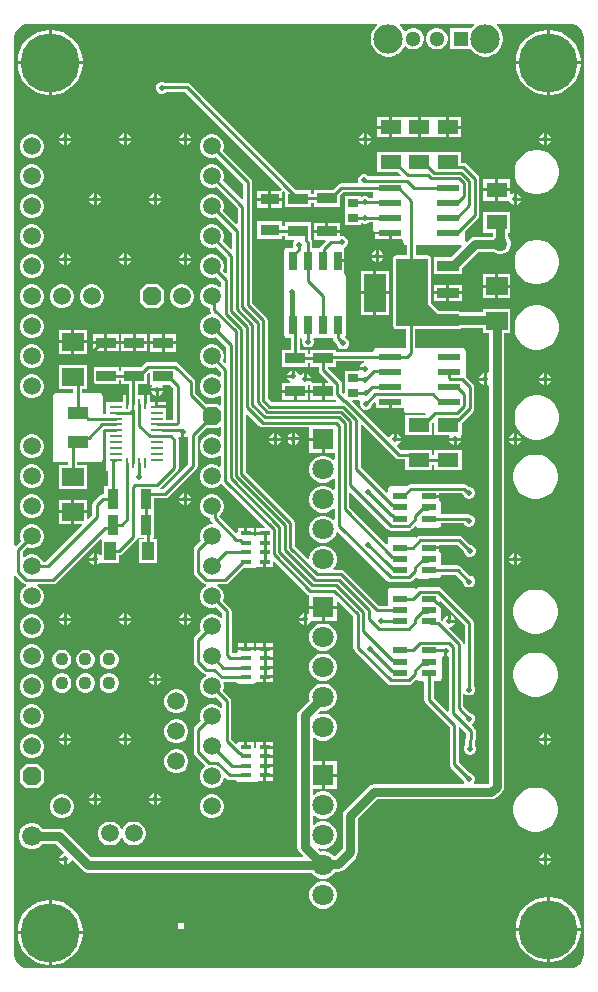
<source format=gbr>
G04*
G04 #@! TF.GenerationSoftware,Altium Limited,Altium Designer,24.3.1 (35)*
G04*
G04 Layer_Physical_Order=2*
G04 Layer_Color=16711680*
%FSLAX25Y25*%
%MOIN*%
G70*
G04*
G04 #@! TF.SameCoordinates,A7121B57-4D76-4085-BD87-85E80D54BB1B*
G04*
G04*
G04 #@! TF.FilePolarity,Positive*
G04*
G01*
G75*
%ADD14C,0.01000*%
%ADD46C,0.03000*%
%ADD47C,0.01500*%
%ADD48R,0.05937X0.05937*%
%ADD49R,0.05937X0.05937*%
%ADD50C,0.06600*%
G04:AMPARAMS|DCode=51|XSize=59.37mil|YSize=59.37mil|CornerRadius=0mil|HoleSize=0mil|Usage=FLASHONLY|Rotation=180.000|XOffset=0mil|YOffset=0mil|HoleType=Round|Shape=Octagon|*
%AMOCTAGOND51*
4,1,8,-0.02969,0.01484,-0.02969,-0.01484,-0.01484,-0.02969,0.01484,-0.02969,0.02969,-0.01484,0.02969,0.01484,0.01484,0.02969,-0.01484,0.02969,-0.02969,0.01484,0.0*
%
%ADD51OCTAGOND51*%

%ADD52C,0.05937*%
%ADD53C,0.04362*%
%ADD54R,0.05118X0.05118*%
%ADD55C,0.09803*%
%ADD56C,0.05118*%
%ADD57C,0.07087*%
%ADD58R,0.07087X0.07087*%
%ADD59C,0.01968*%
%ADD60C,0.05000*%
%ADD61C,0.19685*%
%ADD62R,0.03937X0.05906*%
%ADD63R,0.07316X0.05927*%
%ADD64R,0.07087X0.03937*%
%ADD65R,0.00984X0.03764*%
%ADD66R,0.04158X0.00984*%
%ADD67R,0.07087X0.04528*%
%ADD68R,0.07795X0.02087*%
%ADD69R,0.06922X0.05140*%
%ADD70R,0.03347X0.02756*%
%ADD71R,0.06693X0.03740*%
%ADD72R,0.02559X0.06004*%
%ADD73R,0.04921X0.02362*%
%ADD74R,0.07284X0.03543*%
%ADD75R,0.07284X0.12598*%
%ADD76R,0.06693X0.03740*%
%ADD77R,0.06338X0.03764*%
%ADD78R,0.03543X0.01575*%
%ADD79R,0.03740X0.06693*%
G36*
X91446Y157266D02*
X92348Y156893D01*
X93160Y156350D01*
X93850Y155660D01*
X94393Y154848D01*
X94766Y153946D01*
X94957Y152988D01*
Y152500D01*
Y-152500D01*
Y-152988D01*
X94766Y-153946D01*
X94393Y-154848D01*
X93850Y-155660D01*
X93160Y-156350D01*
X92348Y-156893D01*
X91446Y-157266D01*
X90488Y-157457D01*
X-90488D01*
X-91446Y-157266D01*
X-92348Y-156893D01*
X-93160Y-156350D01*
X-93850Y-155660D01*
X-94393Y-154848D01*
X-94766Y-153946D01*
X-94957Y-152988D01*
Y-152500D01*
Y-26733D01*
X-94457Y-26525D01*
X-92032Y-28950D01*
X-91536Y-29281D01*
X-91066Y-29375D01*
X-90958Y-29700D01*
X-90963Y-29893D01*
X-91537Y-30224D01*
X-92276Y-30963D01*
X-92798Y-31868D01*
X-93068Y-32877D01*
Y-33922D01*
X-92798Y-34932D01*
X-92276Y-35837D01*
X-91537Y-36576D01*
X-90632Y-37098D01*
X-89622Y-37369D01*
X-88578D01*
X-87568Y-37098D01*
X-86663Y-36576D01*
X-85924Y-35837D01*
X-85402Y-34932D01*
X-85132Y-33922D01*
Y-32877D01*
X-85402Y-31868D01*
X-85924Y-30963D01*
X-86663Y-30224D01*
X-87229Y-29898D01*
X-87095Y-29398D01*
X-82083D01*
X-81497Y-29281D01*
X-81001Y-28950D01*
X-66346Y-14295D01*
X-65868Y-14524D01*
Y-19673D01*
X-66134Y-19793D01*
X-66368Y-19826D01*
X-66876Y-19318D01*
X-67500Y-19059D01*
Y-21000D01*
Y-22941D01*
X-66876Y-22682D01*
X-66368Y-22174D01*
X-66337Y-22178D01*
X-65868Y-22253D01*
Y-22253D01*
X-59931D01*
Y-19816D01*
X-59415Y-19713D01*
X-58919Y-19381D01*
X-54261Y-14724D01*
X-53929Y-14227D01*
X-53853Y-13846D01*
X-51830D01*
Y-14347D01*
X-53269D01*
Y-22253D01*
X-47332D01*
Y-14347D01*
X-48771D01*
Y-13846D01*
X-48317D01*
Y-5347D01*
Y-829D01*
X-44700D01*
X-44115Y-713D01*
X-43619Y-381D01*
X-34319Y8919D01*
X-33987Y9415D01*
X-33871Y10000D01*
Y19667D01*
X-30906Y22632D01*
X-27116D01*
X-26623Y23124D01*
X-26161Y22933D01*
Y19927D01*
X-26623Y19735D01*
X-26663Y19776D01*
X-27568Y20298D01*
X-28578Y20569D01*
X-29623D01*
X-30632Y20298D01*
X-31537Y19776D01*
X-32276Y19037D01*
X-32798Y18132D01*
X-33068Y17122D01*
Y16078D01*
X-32798Y15068D01*
X-32276Y14163D01*
X-31537Y13424D01*
X-30632Y12902D01*
X-29623Y12631D01*
X-28578D01*
X-27568Y12902D01*
X-26663Y13424D01*
X-26623Y13465D01*
X-26161Y13273D01*
Y9927D01*
X-26623Y9735D01*
X-26663Y9776D01*
X-27568Y10298D01*
X-28578Y10569D01*
X-29623D01*
X-30632Y10298D01*
X-31537Y9776D01*
X-32276Y9037D01*
X-32798Y8132D01*
X-33068Y7123D01*
Y6078D01*
X-32798Y5068D01*
X-32276Y4163D01*
X-31537Y3424D01*
X-30632Y2902D01*
X-29623Y2631D01*
X-28578D01*
X-27568Y2902D01*
X-26663Y3424D01*
X-26215Y3873D01*
X-25740Y4014D01*
X-25555Y3864D01*
X-11465Y-10226D01*
X-11656Y-10688D01*
X-14222D01*
Y-11976D01*
X-11450D01*
Y-12976D01*
X-14222D01*
Y-12982D01*
X-14722Y-13250D01*
X-14978Y-13087D01*
Y-12976D01*
X-17750D01*
Y-12476D01*
X-18250D01*
Y-10688D01*
X-20521D01*
Y-12163D01*
X-20983Y-12354D01*
X-26626Y-6711D01*
Y-6538D01*
X-25924Y-5837D01*
X-25402Y-4932D01*
X-25131Y-3923D01*
Y-2877D01*
X-25402Y-1868D01*
X-25924Y-963D01*
X-26663Y-224D01*
X-27568Y298D01*
X-28578Y569D01*
X-29623D01*
X-30632Y298D01*
X-31537Y-224D01*
X-32276Y-963D01*
X-32798Y-1868D01*
X-33068Y-2877D01*
Y-3923D01*
X-32798Y-4932D01*
X-32276Y-5837D01*
X-31537Y-6576D01*
X-30632Y-7098D01*
X-29683Y-7352D01*
X-29568Y-7930D01*
X-29237Y-8426D01*
X-28731Y-8931D01*
X-28938Y-9431D01*
X-29623D01*
X-30632Y-9702D01*
X-31537Y-10224D01*
X-32276Y-10963D01*
X-32798Y-11868D01*
X-33068Y-12878D01*
Y-13923D01*
X-32798Y-14932D01*
X-32797Y-14934D01*
X-34650Y-16787D01*
X-34982Y-17283D01*
X-35098Y-17868D01*
Y-25251D01*
X-34982Y-25836D01*
X-34650Y-26332D01*
X-32032Y-28950D01*
X-31536Y-29281D01*
X-31066Y-29375D01*
X-30958Y-29700D01*
X-30963Y-29893D01*
X-31537Y-30224D01*
X-32276Y-30963D01*
X-32798Y-31868D01*
X-33068Y-32877D01*
Y-33922D01*
X-32798Y-34932D01*
X-32276Y-35837D01*
X-31537Y-36576D01*
X-30632Y-37098D01*
X-29623Y-37369D01*
X-28578D01*
X-27568Y-37098D01*
X-27566Y-37097D01*
X-25587Y-39076D01*
Y-40594D01*
X-26087Y-40801D01*
X-26663Y-40224D01*
X-27568Y-39702D01*
X-28578Y-39432D01*
X-29623D01*
X-30632Y-39702D01*
X-31537Y-40224D01*
X-32276Y-40963D01*
X-32798Y-41868D01*
X-33068Y-42878D01*
Y-43922D01*
X-32798Y-44932D01*
X-32797Y-44934D01*
X-34650Y-46787D01*
X-34982Y-47283D01*
X-35098Y-47868D01*
Y-55251D01*
X-34982Y-55836D01*
X-34650Y-56332D01*
X-32032Y-58950D01*
X-31536Y-59281D01*
X-31066Y-59375D01*
X-30958Y-59700D01*
X-30963Y-59893D01*
X-31537Y-60224D01*
X-32276Y-60963D01*
X-32798Y-61868D01*
X-33068Y-62878D01*
Y-63923D01*
X-32798Y-64932D01*
X-32276Y-65837D01*
X-31537Y-66576D01*
X-30632Y-67098D01*
X-29623Y-67369D01*
X-28578D01*
X-27568Y-67098D01*
X-27566Y-67097D01*
X-25637Y-69026D01*
Y-70544D01*
X-26137Y-70751D01*
X-26663Y-70224D01*
X-27568Y-69702D01*
X-28578Y-69432D01*
X-29623D01*
X-30632Y-69702D01*
X-31537Y-70224D01*
X-32276Y-70963D01*
X-32798Y-71868D01*
X-33068Y-72878D01*
Y-73922D01*
X-32798Y-74932D01*
X-32797Y-74934D01*
X-34650Y-76787D01*
X-34982Y-77283D01*
X-35098Y-77868D01*
Y-85251D01*
X-34982Y-85836D01*
X-34650Y-86332D01*
X-31333Y-89649D01*
X-31399Y-90145D01*
X-31537Y-90224D01*
X-32276Y-90963D01*
X-32798Y-91868D01*
X-33068Y-92878D01*
Y-93923D01*
X-32798Y-94932D01*
X-32276Y-95837D01*
X-31537Y-96576D01*
X-30632Y-97098D01*
X-29623Y-97369D01*
X-28578D01*
X-27568Y-97098D01*
X-26663Y-96576D01*
X-25924Y-95837D01*
X-25402Y-94932D01*
X-25131Y-93923D01*
Y-93865D01*
X-24670Y-93674D01*
X-24138Y-94206D01*
X-23641Y-94537D01*
X-23056Y-94654D01*
X-20949D01*
X-20942Y-94690D01*
X-20721Y-95021D01*
X-20390Y-95242D01*
X-20000Y-95320D01*
X-14500D01*
X-14110Y-95242D01*
X-13779Y-95021D01*
X-13706Y-94912D01*
X-11950D01*
Y-93124D01*
X-11450D01*
Y-92624D01*
X-8679D01*
Y-91762D01*
Y-90475D01*
X-11450D01*
Y-89475D01*
X-8679D01*
Y-88613D01*
Y-87325D01*
X-11450D01*
Y-86325D01*
X-8679D01*
Y-85463D01*
Y-84176D01*
X-11450D01*
Y-83676D01*
X-11950D01*
Y-81888D01*
X-14222D01*
Y-83677D01*
X-14644Y-84040D01*
X-14978Y-83995D01*
Y-81888D01*
X-17250D01*
Y-83676D01*
X-18250D01*
Y-81888D01*
X-20521D01*
Y-82485D01*
X-20983Y-82677D01*
X-22578Y-81082D01*
Y-68392D01*
X-22695Y-67807D01*
X-23026Y-67311D01*
X-25403Y-64934D01*
X-25402Y-64932D01*
X-25131Y-63923D01*
Y-62878D01*
X-25272Y-62354D01*
X-24888Y-61854D01*
X-21049D01*
X-21042Y-61890D01*
X-20821Y-62221D01*
X-20490Y-62442D01*
X-20100Y-62520D01*
X-15400D01*
X-15010Y-62442D01*
X-14679Y-62221D01*
X-14678Y-62219D01*
X-14222Y-62112D01*
X-14051Y-62112D01*
X-11950D01*
Y-60324D01*
X-11450D01*
Y-59824D01*
X-8679D01*
Y-58962D01*
Y-57675D01*
X-11450D01*
Y-56675D01*
X-8679D01*
Y-55813D01*
Y-54525D01*
X-11450D01*
Y-53525D01*
X-8679D01*
Y-52663D01*
Y-51376D01*
X-11450D01*
X-14222D01*
Y-51516D01*
X-14722Y-51759D01*
X-14978Y-51565D01*
Y-51376D01*
X-17750D01*
X-20521D01*
Y-51779D01*
X-20821Y-51979D01*
X-21042Y-52310D01*
X-21079Y-52496D01*
X-22342D01*
X-22528Y-52310D01*
Y-38443D01*
X-22645Y-37857D01*
X-22976Y-37361D01*
X-25403Y-34934D01*
X-25402Y-34932D01*
X-25131Y-33922D01*
Y-32877D01*
X-25402Y-31868D01*
X-25924Y-30963D01*
X-26663Y-30224D01*
X-27229Y-29898D01*
X-27095Y-29398D01*
X-24578D01*
X-23993Y-29281D01*
X-23496Y-28950D01*
X-18666Y-24120D01*
X-15300D01*
X-14910Y-24042D01*
X-14656Y-23872D01*
X-14399Y-23777D01*
X-14130Y-23712D01*
X-11950Y-23712D01*
Y-21924D01*
X-10950D01*
Y-23712D01*
X-8679D01*
Y-22006D01*
X-8217Y-21815D01*
X2593Y-32625D01*
X3089Y-32956D01*
X3457Y-33029D01*
Y-36550D01*
X8000D01*
X12543D01*
Y-35201D01*
X13005Y-35010D01*
X18102Y-40107D01*
Y-50573D01*
X18218Y-51158D01*
X18550Y-51654D01*
X29398Y-62503D01*
X29894Y-62834D01*
X30480Y-62951D01*
X36478D01*
X37063Y-62834D01*
X37559Y-62503D01*
X38769Y-61293D01*
X38776Y-61289D01*
X38982Y-61262D01*
X39404Y-61366D01*
X39413Y-61379D01*
X39418Y-61383D01*
X39421Y-61387D01*
X39583Y-61493D01*
X39744Y-61600D01*
X39749Y-61601D01*
X39754Y-61605D01*
X39944Y-61640D01*
X40134Y-61678D01*
X40139Y-61677D01*
X40145Y-61678D01*
X41436Y-61663D01*
X41792Y-62015D01*
Y-68006D01*
X41908Y-68591D01*
X42240Y-69087D01*
X50201Y-77049D01*
Y-89430D01*
X50317Y-90016D01*
X50649Y-90512D01*
X54641Y-94504D01*
Y-94720D01*
X54944Y-95450D01*
X55045Y-95551D01*
X54838Y-96051D01*
X25000D01*
X24024Y-96245D01*
X23198Y-96798D01*
X15298Y-104698D01*
X14745Y-105525D01*
X14551Y-106500D01*
Y-117644D01*
X12032Y-120164D01*
X11589D01*
X10790Y-119365D01*
X9754Y-118766D01*
X8598Y-118457D01*
X7402D01*
X7133Y-118529D01*
X6396Y-117791D01*
X6655Y-117343D01*
X7402Y-117543D01*
X8598D01*
X9754Y-117234D01*
X10790Y-116636D01*
X11636Y-115790D01*
X12234Y-114754D01*
X12543Y-113598D01*
Y-112402D01*
X12234Y-111246D01*
X11636Y-110210D01*
X10790Y-109364D01*
X9754Y-108766D01*
X8598Y-108457D01*
X7402D01*
X6246Y-108766D01*
X5210Y-109364D01*
X4968Y-109607D01*
X4506Y-109416D01*
Y-106584D01*
X4968Y-106393D01*
X5210Y-106635D01*
X6246Y-107234D01*
X7402Y-107543D01*
X8598D01*
X9754Y-107234D01*
X10790Y-106635D01*
X11636Y-105790D01*
X12234Y-104754D01*
X12543Y-103598D01*
Y-102402D01*
X12234Y-101246D01*
X11636Y-100210D01*
X10790Y-99365D01*
X9754Y-98766D01*
X8598Y-98457D01*
X7402D01*
X6246Y-98766D01*
X5210Y-99365D01*
X4968Y-99607D01*
X4506Y-99416D01*
Y-97543D01*
X7500D01*
Y-93000D01*
Y-88457D01*
X4506D01*
Y-80634D01*
X4968Y-80443D01*
X5210Y-80686D01*
X6246Y-81284D01*
X7402Y-81593D01*
X8598D01*
X9754Y-81284D01*
X10790Y-80686D01*
X11636Y-79840D01*
X12234Y-78804D01*
X12543Y-77648D01*
Y-76452D01*
X12234Y-75296D01*
X11636Y-74260D01*
X10790Y-73414D01*
X9754Y-72816D01*
X8598Y-72507D01*
X7402D01*
X6655Y-72707D01*
X6396Y-72259D01*
X7133Y-71521D01*
X7402Y-71593D01*
X8598D01*
X9754Y-71284D01*
X10790Y-70685D01*
X11636Y-69840D01*
X12234Y-68804D01*
X12543Y-67648D01*
Y-66452D01*
X12234Y-65296D01*
X11636Y-64260D01*
X10790Y-63415D01*
X9754Y-62816D01*
X8598Y-62507D01*
X7402D01*
X6246Y-62816D01*
X5210Y-63415D01*
X4364Y-64260D01*
X3766Y-65296D01*
X3457Y-66452D01*
Y-67648D01*
X3529Y-67917D01*
X154Y-71291D01*
X-398Y-72118D01*
X-592Y-73093D01*
Y-116957D01*
X-398Y-117932D01*
X154Y-118759D01*
X1384Y-119989D01*
X1193Y-120451D01*
X-69344D01*
X-78198Y-111598D01*
X-79024Y-111045D01*
X-80000Y-110851D01*
X-85606D01*
X-85659Y-110760D01*
X-86460Y-109959D01*
X-87440Y-109393D01*
X-88534Y-109100D01*
X-89666D01*
X-90760Y-109393D01*
X-91740Y-109959D01*
X-92541Y-110760D01*
X-93107Y-111740D01*
X-93400Y-112834D01*
Y-113966D01*
X-93107Y-115060D01*
X-92541Y-116040D01*
X-91740Y-116841D01*
X-90760Y-117407D01*
X-89666Y-117700D01*
X-88534D01*
X-87440Y-117407D01*
X-86460Y-116841D01*
X-85659Y-116040D01*
X-85606Y-115949D01*
X-81056D01*
X-78451Y-118554D01*
X-78608Y-119104D01*
X-79124Y-119318D01*
X-79682Y-119876D01*
X-79941Y-120500D01*
X-78000D01*
Y-121000D01*
X-77500D01*
Y-122941D01*
X-76876Y-122682D01*
X-76318Y-122124D01*
X-76104Y-121608D01*
X-75554Y-121451D01*
X-72202Y-124802D01*
X-71375Y-125355D01*
X-70400Y-125549D01*
X4225D01*
X4364Y-125790D01*
X5210Y-126636D01*
X6246Y-127234D01*
X7402Y-127543D01*
X8598D01*
X9754Y-127234D01*
X10790Y-126636D01*
X11636Y-125790D01*
X11941Y-125261D01*
X13088D01*
X14063Y-125067D01*
X14890Y-124515D01*
X18902Y-120502D01*
X19455Y-119676D01*
X19649Y-118700D01*
Y-107556D01*
X26056Y-101149D01*
X64043D01*
X65018Y-100955D01*
X65845Y-100402D01*
X67602Y-98645D01*
X68155Y-97818D01*
X68349Y-96843D01*
Y54324D01*
X70458D01*
Y62251D01*
X61142D01*
Y61194D01*
X54246D01*
Y61416D01*
X53903D01*
X53790Y61492D01*
X53400Y61570D01*
X46622D01*
X43935Y64257D01*
Y79101D01*
X43857Y79492D01*
X43849Y79503D01*
X43842Y79540D01*
X43621Y79871D01*
X43290Y80092D01*
X42900Y80170D01*
X38929D01*
Y83680D01*
X54088D01*
X54295Y83180D01*
X50691Y79576D01*
X49876D01*
X49630Y79527D01*
X44963D01*
Y73984D01*
X54246D01*
Y75922D01*
X59656Y81331D01*
X64919D01*
X64951Y81299D01*
X65749Y80839D01*
X66639Y80600D01*
X67561D01*
X68451Y80839D01*
X69249Y81299D01*
X69901Y81951D01*
X70362Y82749D01*
X70600Y83639D01*
Y84561D01*
X70362Y85451D01*
X69901Y86249D01*
X69649Y86501D01*
Y87611D01*
X70261D01*
Y94751D01*
X61339D01*
Y87611D01*
X64551D01*
Y86501D01*
X64480Y86429D01*
X58600D01*
X57625Y86235D01*
X56798Y85683D01*
X55920Y84805D01*
X55420Y85012D01*
Y88398D01*
X59584Y92562D01*
X59915Y93058D01*
X60032Y93643D01*
Y105773D01*
X59915Y106358D01*
X59584Y106854D01*
X55821Y110618D01*
X55324Y110949D01*
X54739Y111066D01*
X54043D01*
Y114564D01*
X44957D01*
Y114564D01*
X44954Y114564D01*
X44460Y114557D01*
X35457D01*
X35457Y114557D01*
X35043Y114557D01*
Y114557D01*
X34957Y114557D01*
X25957D01*
Y108029D01*
X32880D01*
X33875Y107035D01*
X33684Y106573D01*
X23061D01*
X22767Y106866D01*
X22038Y107168D01*
X21249D01*
X20519Y106866D01*
X19961Y106308D01*
X19659Y105579D01*
Y104790D01*
X19719Y104645D01*
X19441Y104229D01*
X14117D01*
X13532Y104113D01*
X13036Y103781D01*
X11384Y102129D01*
X4854D01*
Y100788D01*
X3850D01*
Y102031D01*
X-1204D01*
X-36455Y137281D01*
X-36951Y137613D01*
X-37536Y137729D01*
X-44623D01*
X-44676Y137782D01*
X-45405Y138084D01*
X-46195D01*
X-46924Y137782D01*
X-47482Y137224D01*
X-47784Y136495D01*
Y135705D01*
X-47482Y134976D01*
X-46924Y134418D01*
X-46195Y134116D01*
X-45405D01*
X-44676Y134418D01*
X-44423Y134671D01*
X-38170D01*
X-5751Y102252D01*
X-5958Y101752D01*
X-9300D01*
Y99370D01*
X-5631D01*
Y101332D01*
X-5175Y101531D01*
X-4843Y101267D01*
Y96290D01*
X3850D01*
Y97730D01*
X4854D01*
Y96389D01*
X13546D01*
Y99966D01*
X14751Y101171D01*
X24616D01*
Y99379D01*
X23427D01*
X23124Y99682D01*
X22395Y99984D01*
X21605D01*
X20973Y99722D01*
X20634Y99865D01*
X20473Y99986D01*
Y100039D01*
X15127D01*
Y95283D01*
X15127D01*
Y95117D01*
X15127D01*
Y90361D01*
X20473D01*
Y90813D01*
X20634Y90935D01*
X20973Y91078D01*
X21605Y90816D01*
X22395D01*
X23124Y91118D01*
X23227Y91221D01*
X24616D01*
Y88900D01*
X24694Y88510D01*
X24915Y88179D01*
X25245Y87958D01*
X25398Y87928D01*
Y87928D01*
X25636Y87880D01*
X30295D01*
Y87700D01*
X30795D01*
Y85657D01*
X34401D01*
X34780Y85278D01*
Y84700D01*
X34858Y84310D01*
X35079Y83979D01*
X35410Y83758D01*
X35800Y83680D01*
X35871D01*
Y80170D01*
X32400D01*
X32010Y80092D01*
X31679Y79871D01*
X31458Y79540D01*
X31380Y79150D01*
Y56650D01*
X31458Y56260D01*
X31466Y56248D01*
X31473Y56211D01*
X31694Y55880D01*
X32025Y55659D01*
X32415Y55582D01*
X35671D01*
Y49420D01*
X25736D01*
X25346Y49342D01*
X25015Y49121D01*
X24794Y48790D01*
X24716Y48400D01*
Y48029D01*
X12447D01*
Y48782D01*
X3754D01*
Y47441D01*
X3046D01*
Y48782D01*
X229D01*
Y52580D01*
X750D01*
X1028Y52165D01*
X916Y51895D01*
Y51105D01*
X1218Y50376D01*
X1776Y49818D01*
X2505Y49516D01*
X3295D01*
X4024Y49818D01*
X4582Y50376D01*
X4884Y51105D01*
Y51895D01*
X4772Y52165D01*
X5050Y52580D01*
X11287D01*
Y52521D01*
X11403Y51936D01*
X11735Y51439D01*
X12516Y50658D01*
Y50442D01*
X12818Y49713D01*
X13376Y49155D01*
X14105Y48853D01*
X14895D01*
X15624Y49155D01*
X16182Y49713D01*
X16484Y50442D01*
Y51232D01*
X16182Y51961D01*
X15624Y52519D01*
X15556Y52547D01*
X15403Y53152D01*
X15442Y53210D01*
X15520Y53600D01*
Y73300D01*
X15442Y73690D01*
X15267Y73953D01*
X15080Y74375D01*
Y77877D01*
X12800D01*
Y78877D01*
X15080D01*
Y82379D01*
X15080Y82379D01*
X15080D01*
X15080Y82379D01*
X15171Y82841D01*
X15302Y82896D01*
X15860Y83454D01*
X16162Y84183D01*
Y84973D01*
X15860Y85702D01*
X15302Y86260D01*
X14573Y86562D01*
X13783D01*
X13546Y86720D01*
Y87735D01*
X9200D01*
X4854D01*
Y85365D01*
X8749D01*
X8941Y84903D01*
X7309Y83271D01*
X7007Y82820D01*
X4329D01*
Y84513D01*
X4213Y85098D01*
X3881Y85595D01*
X3879Y85597D01*
Y86964D01*
X3850Y87112D01*
Y91204D01*
X-4843D01*
Y89863D01*
X-5631D01*
Y91507D01*
X-13969D01*
Y85743D01*
X-5631D01*
Y86804D01*
X-4843D01*
Y85464D01*
X-1796D01*
X-1604Y85002D01*
X-1682Y84924D01*
X-1984Y84195D01*
Y83405D01*
X-1914Y83235D01*
X-2192Y82820D01*
X-3900D01*
X-4290Y82742D01*
X-4621Y82521D01*
X-4842Y82190D01*
X-4920Y81800D01*
Y53600D01*
X-4842Y53210D01*
X-4621Y52879D01*
X-4290Y52658D01*
X-3900Y52580D01*
X-2829D01*
Y48782D01*
X-5646D01*
Y43042D01*
X3046D01*
Y44382D01*
X3754D01*
Y43042D01*
X6571D01*
Y41943D01*
X6687Y41358D01*
X7019Y40862D01*
X9660Y38220D01*
X9469Y37758D01*
X8600D01*
Y34888D01*
Y32018D01*
X12269D01*
X12418Y31829D01*
X12176Y31329D01*
X-9267D01*
X-10502Y32565D01*
Y58579D01*
X-10618Y59164D01*
X-10950Y59660D01*
X-15671Y64381D01*
Y104700D01*
X-15787Y105285D01*
X-16119Y105781D01*
X-25403Y115066D01*
X-25402Y115068D01*
X-25131Y116077D01*
Y117122D01*
X-25402Y118132D01*
X-25924Y119037D01*
X-26663Y119776D01*
X-27568Y120298D01*
X-28578Y120569D01*
X-29623D01*
X-30632Y120298D01*
X-31537Y119776D01*
X-32276Y119037D01*
X-32798Y118132D01*
X-33068Y117122D01*
Y116077D01*
X-32798Y115068D01*
X-32276Y114163D01*
X-31537Y113424D01*
X-30632Y112902D01*
X-29623Y112631D01*
X-28578D01*
X-27568Y112902D01*
X-27566Y112903D01*
X-18729Y104067D01*
Y99046D01*
X-19191Y98854D01*
X-25403Y105066D01*
X-25402Y105068D01*
X-25131Y106078D01*
Y107123D01*
X-25402Y108132D01*
X-25924Y109037D01*
X-26663Y109776D01*
X-27568Y110298D01*
X-28578Y110568D01*
X-29623D01*
X-30632Y110298D01*
X-31537Y109776D01*
X-32276Y109037D01*
X-32798Y108132D01*
X-33068Y107123D01*
Y106078D01*
X-32798Y105068D01*
X-32276Y104163D01*
X-31537Y103424D01*
X-30632Y102902D01*
X-29623Y102631D01*
X-28578D01*
X-27568Y102902D01*
X-27566Y102903D01*
X-20529Y95867D01*
Y90846D01*
X-20991Y90654D01*
X-25403Y95066D01*
X-25402Y95068D01*
X-25131Y96078D01*
Y97123D01*
X-25402Y98132D01*
X-25924Y99037D01*
X-26663Y99776D01*
X-27568Y100298D01*
X-28578Y100568D01*
X-29623D01*
X-30632Y100298D01*
X-31537Y99776D01*
X-32276Y99037D01*
X-32798Y98132D01*
X-33068Y97123D01*
Y96078D01*
X-32798Y95068D01*
X-32276Y94163D01*
X-31537Y93424D01*
X-30632Y92902D01*
X-29623Y92632D01*
X-28578D01*
X-27568Y92902D01*
X-27566Y92903D01*
X-22329Y87666D01*
Y82646D01*
X-22791Y82454D01*
X-25403Y85066D01*
X-25402Y85068D01*
X-25131Y86077D01*
Y87122D01*
X-25402Y88132D01*
X-25924Y89037D01*
X-26663Y89776D01*
X-27568Y90298D01*
X-28578Y90569D01*
X-29623D01*
X-30632Y90298D01*
X-31537Y89776D01*
X-32276Y89037D01*
X-32798Y88132D01*
X-33068Y87122D01*
Y86077D01*
X-32798Y85068D01*
X-32276Y84163D01*
X-31537Y83424D01*
X-30632Y82902D01*
X-29623Y82631D01*
X-28578D01*
X-27568Y82902D01*
X-27566Y82903D01*
X-24129Y79466D01*
Y74446D01*
X-24591Y74254D01*
X-25403Y75066D01*
X-25402Y75068D01*
X-25131Y76078D01*
Y77122D01*
X-25402Y78132D01*
X-25924Y79037D01*
X-26663Y79776D01*
X-27568Y80298D01*
X-28578Y80568D01*
X-29623D01*
X-30632Y80298D01*
X-31537Y79776D01*
X-32276Y79037D01*
X-32798Y78132D01*
X-33068Y77122D01*
Y76078D01*
X-32798Y75068D01*
X-32276Y74163D01*
X-31537Y73424D01*
X-30632Y72902D01*
X-29623Y72632D01*
X-28578D01*
X-27568Y72902D01*
X-27566Y72903D01*
X-25929Y71267D01*
Y69695D01*
X-26391Y69504D01*
X-26663Y69776D01*
X-27568Y70298D01*
X-28578Y70569D01*
X-29623D01*
X-30632Y70298D01*
X-31537Y69776D01*
X-32276Y69037D01*
X-32798Y68132D01*
X-33068Y67123D01*
Y66078D01*
X-32798Y65068D01*
X-32276Y64163D01*
X-31537Y63424D01*
X-30632Y62902D01*
X-29842Y62690D01*
Y62132D01*
X-29725Y61546D01*
X-29406Y61068D01*
X-29449Y60849D01*
X-29565Y60568D01*
X-29623D01*
X-30632Y60298D01*
X-31537Y59776D01*
X-32276Y59037D01*
X-32798Y58132D01*
X-33068Y57122D01*
Y56077D01*
X-32798Y55068D01*
X-32276Y54163D01*
X-31537Y53424D01*
X-30632Y52902D01*
X-29623Y52631D01*
X-28578D01*
X-27568Y52902D01*
X-27566Y52903D01*
X-24361Y49698D01*
Y44677D01*
X-24823Y44486D01*
X-25403Y45066D01*
X-25402Y45068D01*
X-25131Y46077D01*
Y47122D01*
X-25402Y48132D01*
X-25924Y49037D01*
X-26663Y49776D01*
X-27568Y50298D01*
X-28578Y50568D01*
X-29623D01*
X-30632Y50298D01*
X-31537Y49776D01*
X-32276Y49037D01*
X-32798Y48132D01*
X-33068Y47122D01*
Y46077D01*
X-32798Y45068D01*
X-32276Y44163D01*
X-31537Y43424D01*
X-30632Y42902D01*
X-29623Y42632D01*
X-28578D01*
X-27568Y42902D01*
X-27566Y42903D01*
X-26161Y41498D01*
Y39926D01*
X-26623Y39735D01*
X-26663Y39776D01*
X-27568Y40298D01*
X-28578Y40569D01*
X-29623D01*
X-30632Y40298D01*
X-31537Y39776D01*
X-32276Y39037D01*
X-32798Y38132D01*
X-33068Y37122D01*
Y36077D01*
X-32798Y35068D01*
X-32276Y34163D01*
X-31537Y33424D01*
X-30632Y32902D01*
X-29623Y32631D01*
X-28578D01*
X-27568Y32902D01*
X-26663Y33424D01*
X-26623Y33465D01*
X-26161Y33274D01*
Y30267D01*
X-26623Y30076D01*
X-27116Y30569D01*
X-30906D01*
X-34660Y34323D01*
Y37942D01*
X-34777Y38527D01*
X-35108Y39023D01*
X-40325Y44240D01*
X-40821Y44571D01*
X-41406Y44688D01*
X-50353D01*
X-50939Y44571D01*
X-51435Y44240D01*
X-52716Y42958D01*
X-59246D01*
Y41618D01*
X-60053D01*
Y42958D01*
X-68747D01*
Y37218D01*
X-60053D01*
Y38559D01*
X-59246D01*
Y37218D01*
X-56814D01*
Y33636D01*
X-58745D01*
Y31812D01*
X-59151Y31383D01*
X-63400D01*
X-63790Y31305D01*
X-63872Y31250D01*
X-64280D01*
Y30845D01*
X-64342Y30753D01*
X-64420Y30363D01*
Y27351D01*
X-65480D01*
Y33400D01*
X-65558Y33790D01*
X-65779Y34121D01*
X-66110Y34342D01*
X-66500Y34420D01*
X-72214D01*
Y35824D01*
X-70742D01*
Y43751D01*
X-80058D01*
Y35824D01*
X-75272D01*
Y34420D01*
X-81000D01*
X-81390Y34342D01*
X-81721Y34121D01*
X-81942Y33790D01*
X-82020Y33400D01*
Y12200D01*
X-81942Y11810D01*
X-81721Y11479D01*
X-81390Y11258D01*
X-81000Y11180D01*
X-77029D01*
Y10276D01*
X-80158D01*
Y2349D01*
X-70842D01*
Y10276D01*
X-73971D01*
Y11180D01*
X-66500D01*
X-66110Y11258D01*
X-65779Y11479D01*
X-65558Y11810D01*
X-65480Y12200D01*
Y21857D01*
X-65014Y22323D01*
X-64280D01*
Y20934D01*
X-64342Y20842D01*
X-64420Y20452D01*
Y9217D01*
X-64342Y8827D01*
X-64121Y8496D01*
X-63790Y8275D01*
X-63544Y8226D01*
Y3347D01*
X-64884D01*
Y529D01*
X-65500D01*
X-66085Y413D01*
X-66581Y81D01*
X-68481Y-1819D01*
X-68813Y-2315D01*
X-68929Y-2900D01*
Y-6367D01*
X-70380Y-7817D01*
X-70842Y-7626D01*
Y-5812D01*
X-75000D01*
Y-9276D01*
X-72492D01*
X-72301Y-9738D01*
X-84434Y-21871D01*
X-85401D01*
X-85402Y-21868D01*
X-85924Y-20963D01*
X-86663Y-20224D01*
X-87568Y-19702D01*
X-88578Y-19432D01*
X-89622D01*
X-90632Y-19702D01*
X-91537Y-20224D01*
X-91577Y-20265D01*
X-92039Y-20074D01*
Y-18502D01*
X-90634Y-17097D01*
X-90632Y-17098D01*
X-89622Y-17368D01*
X-88578D01*
X-87568Y-17098D01*
X-86663Y-16576D01*
X-85924Y-15837D01*
X-85402Y-14932D01*
X-85132Y-13923D01*
Y-12878D01*
X-85402Y-11868D01*
X-85924Y-10963D01*
X-86663Y-10224D01*
X-87568Y-9702D01*
X-88578Y-9431D01*
X-89622D01*
X-90632Y-9702D01*
X-91537Y-10224D01*
X-92276Y-10963D01*
X-92798Y-11868D01*
X-93068Y-12878D01*
Y-13923D01*
X-92798Y-14932D01*
X-92797Y-14934D01*
X-94457Y-16594D01*
X-94957Y-16387D01*
Y152500D01*
Y152988D01*
X-94766Y153946D01*
X-94393Y154848D01*
X-93850Y155660D01*
X-93160Y156350D01*
X-92348Y156893D01*
X-91446Y157266D01*
X-90488Y157457D01*
X25879D01*
X25983Y157113D01*
X25995Y156957D01*
X25200Y156162D01*
X24554Y155195D01*
X24110Y154121D01*
X23883Y152981D01*
Y151819D01*
X24110Y150679D01*
X24554Y149605D01*
X25200Y148638D01*
X26022Y147816D01*
X26989Y147170D01*
X28063Y146725D01*
X29203Y146498D01*
X30365D01*
X31506Y146725D01*
X32580Y147170D01*
X33546Y147816D01*
X34368Y148638D01*
X35014Y149605D01*
X35076Y149755D01*
X35567Y149852D01*
X35867Y149552D01*
X36678Y149083D01*
X37583Y148841D01*
X38521D01*
X39426Y149083D01*
X40237Y149552D01*
X40900Y150215D01*
X41368Y151026D01*
X41611Y151931D01*
Y152869D01*
X41368Y153774D01*
X40900Y154585D01*
X40237Y155248D01*
X39426Y155717D01*
X38521Y155959D01*
X37583D01*
X36678Y155717D01*
X35867Y155248D01*
X35567Y154948D01*
X35076Y155045D01*
X35014Y155195D01*
X34368Y156162D01*
X33573Y156957D01*
X33585Y157113D01*
X33690Y157457D01*
X58162D01*
X58267Y157113D01*
X58279Y156957D01*
X57484Y156162D01*
X57348Y155959D01*
X50241D01*
Y148841D01*
X57348D01*
X57484Y148638D01*
X58306Y147816D01*
X59272Y147170D01*
X60346Y146725D01*
X61487Y146498D01*
X62649D01*
X63789Y146725D01*
X64863Y147170D01*
X65830Y147816D01*
X66652Y148638D01*
X67298Y149605D01*
X67743Y150679D01*
X67969Y151819D01*
Y152981D01*
X67743Y154121D01*
X67298Y155195D01*
X66652Y156162D01*
X65857Y156957D01*
X65869Y157113D01*
X65973Y157457D01*
X90488D01*
X91446Y157266D01*
D02*
G37*
G36*
X42900Y79101D02*
X42915D01*
Y63835D01*
X46200Y60550D01*
X53400D01*
Y60501D01*
X53415D01*
Y56601D01*
X32415D01*
Y56650D01*
X32400D01*
Y79150D01*
X42900D01*
Y79101D01*
D02*
G37*
G36*
X61142Y54324D02*
X63251D01*
Y41171D01*
X62751Y40837D01*
X62500Y40941D01*
Y39000D01*
Y37059D01*
X62751Y37163D01*
X63251Y36829D01*
Y-95787D01*
X62987Y-96051D01*
X58414D01*
X58206Y-95551D01*
X58308Y-95450D01*
X58610Y-94720D01*
Y-93931D01*
X58308Y-93202D01*
X57750Y-92643D01*
X57020Y-92341D01*
X56804D01*
X53260Y-88797D01*
Y-77089D01*
X53722Y-76898D01*
X55771Y-78947D01*
Y-80370D01*
X55523Y-80740D01*
X55407Y-81326D01*
Y-82960D01*
X55254Y-83112D01*
X54952Y-83842D01*
Y-84631D01*
X55254Y-85360D01*
X55812Y-85918D01*
X56542Y-86221D01*
X57331D01*
X58060Y-85918D01*
X58618Y-85360D01*
X58921Y-84631D01*
Y-83842D01*
X58618Y-83112D01*
X58466Y-82960D01*
Y-81917D01*
X58713Y-81547D01*
X58829Y-80962D01*
Y-78313D01*
X58713Y-77728D01*
X58381Y-77232D01*
X57582Y-76432D01*
X57679Y-75942D01*
X57824Y-75882D01*
X58382Y-75324D01*
X58684Y-74595D01*
Y-73805D01*
X58382Y-73076D01*
X57824Y-72518D01*
X57095Y-72216D01*
X56879D01*
X54729Y-70066D01*
Y-66043D01*
X55229Y-65835D01*
X55576Y-66182D01*
X56305Y-66484D01*
X57095D01*
X57824Y-66182D01*
X58382Y-65624D01*
X58684Y-64895D01*
Y-64105D01*
X58382Y-63376D01*
X58229Y-63223D01*
Y-42225D01*
X58113Y-41640D01*
X57781Y-41144D01*
X47402Y-30764D01*
X46906Y-30432D01*
X46320Y-30316D01*
X40322D01*
X39737Y-30432D01*
X39241Y-30764D01*
X38947Y-31058D01*
X38800Y-30911D01*
X38469Y-30690D01*
X38079Y-30613D01*
X30500D01*
X30110Y-30690D01*
X29779Y-30911D01*
X29558Y-31242D01*
X29480Y-31632D01*
Y-36537D01*
X26495D01*
X15019Y-25062D01*
X14523Y-24730D01*
X13938Y-24614D01*
X11565D01*
X11373Y-24152D01*
X11636Y-23890D01*
X12234Y-22854D01*
X12543Y-21698D01*
Y-20502D01*
X12234Y-19346D01*
X11636Y-18310D01*
X10790Y-17465D01*
X9754Y-16866D01*
X8598Y-16557D01*
X7402D01*
X6246Y-16866D01*
X5210Y-17465D01*
X4364Y-18310D01*
X3766Y-19346D01*
X3457Y-20502D01*
Y-20873D01*
X2995Y-21064D01*
X-1449Y-16620D01*
Y-8913D01*
X-1566Y-8328D01*
X-1897Y-7831D01*
X-17702Y7973D01*
Y27149D01*
X-17240Y27341D01*
X-13218Y23319D01*
X-12722Y22987D01*
X-12137Y22871D01*
X3457D01*
Y19400D01*
X8000D01*
Y18900D01*
X8500D01*
Y14357D01*
X11824D01*
Y12209D01*
X11324Y12001D01*
X10790Y12536D01*
X9754Y13134D01*
X8598Y13443D01*
X7402D01*
X6246Y13134D01*
X5210Y12536D01*
X4364Y11690D01*
X3766Y10654D01*
X3457Y9498D01*
Y8302D01*
X3766Y7146D01*
X4364Y6110D01*
X5210Y5265D01*
X6246Y4666D01*
X7402Y4357D01*
X8598D01*
X9754Y4666D01*
X10790Y5265D01*
X11324Y5799D01*
X11824Y5591D01*
Y2209D01*
X11324Y2001D01*
X10790Y2536D01*
X9754Y3134D01*
X8598Y3443D01*
X7402D01*
X6246Y3134D01*
X5210Y2536D01*
X4364Y1690D01*
X3766Y654D01*
X3457Y-502D01*
Y-1698D01*
X3766Y-2854D01*
X4364Y-3890D01*
X5210Y-4735D01*
X6246Y-5334D01*
X7402Y-5643D01*
X8598D01*
X9754Y-5334D01*
X10790Y-4735D01*
X11324Y-4201D01*
X11824Y-4409D01*
Y-7791D01*
X11324Y-7999D01*
X10790Y-7464D01*
X9754Y-6866D01*
X8598Y-6557D01*
X7402D01*
X6246Y-6866D01*
X5210Y-7464D01*
X4364Y-8310D01*
X3766Y-9346D01*
X3457Y-10502D01*
Y-11698D01*
X3766Y-12854D01*
X4364Y-13890D01*
X5210Y-14736D01*
X6246Y-15334D01*
X7402Y-15643D01*
X8598D01*
X9754Y-15334D01*
X10790Y-14736D01*
X11636Y-13890D01*
X12234Y-12854D01*
X12461Y-12006D01*
X13018Y-11856D01*
X29398Y-28236D01*
X29894Y-28568D01*
X30480Y-28684D01*
X36478D01*
X37063Y-28568D01*
X37559Y-28236D01*
X38536Y-27260D01*
X39027Y-27238D01*
X39086Y-27244D01*
X39248Y-27350D01*
X39408Y-27457D01*
X39414Y-27458D01*
X39419Y-27461D01*
X39609Y-27497D01*
X39798Y-27534D01*
X39804Y-27533D01*
X39810Y-27534D01*
X46260Y-27461D01*
X46448Y-27422D01*
X46638Y-27384D01*
X46643Y-27380D01*
X46649Y-27379D01*
X46808Y-27270D01*
X46969Y-27163D01*
X46972Y-27158D01*
X46977Y-27154D01*
X47083Y-26992D01*
X47190Y-26832D01*
X47191Y-26826D01*
X47194Y-26821D01*
X47230Y-26631D01*
X47268Y-26442D01*
Y-26203D01*
X52240D01*
X54716Y-28679D01*
Y-28895D01*
X55018Y-29624D01*
X55576Y-30182D01*
X56305Y-30484D01*
X57095D01*
X57824Y-30182D01*
X58382Y-29624D01*
X58684Y-28895D01*
Y-28105D01*
X58382Y-27376D01*
X57824Y-26818D01*
X57095Y-26516D01*
X56879D01*
X53955Y-23592D01*
X53459Y-23261D01*
X52873Y-23144D01*
X47268D01*
Y-19355D01*
X47190Y-18965D01*
X46969Y-18634D01*
X46871Y-18536D01*
X46782Y-18476D01*
Y-17693D01*
X43321D01*
Y-16693D01*
X46782D01*
Y-16241D01*
X52679D01*
X54916Y-18479D01*
Y-18695D01*
X55218Y-19424D01*
X55776Y-19982D01*
X56505Y-20284D01*
X57295D01*
X58024Y-19982D01*
X58582Y-19424D01*
X58884Y-18695D01*
Y-17905D01*
X58582Y-17176D01*
X58024Y-16618D01*
X57295Y-16316D01*
X57079D01*
X54394Y-13631D01*
X53897Y-13299D01*
X53312Y-13183D01*
X40322D01*
X39737Y-13299D01*
X39241Y-13631D01*
X38930Y-13941D01*
X38800Y-13811D01*
X38469Y-13590D01*
X38079Y-13513D01*
X30500D01*
X30110Y-13590D01*
X29779Y-13811D01*
X29558Y-14142D01*
X29480Y-14532D01*
Y-15859D01*
X29019Y-16050D01*
X16682Y-3714D01*
Y960D01*
X17144Y1151D01*
X29398Y-11103D01*
X29894Y-11434D01*
X30480Y-11551D01*
X36478D01*
X37063Y-11434D01*
X37559Y-11103D01*
X38501Y-10161D01*
X38545Y-10148D01*
X38844Y-10164D01*
X39120Y-10250D01*
X39177Y-10336D01*
X39182Y-10339D01*
X39186Y-10344D01*
X39348Y-10450D01*
X39508Y-10557D01*
X39514Y-10558D01*
X39519Y-10561D01*
X39709Y-10597D01*
X39898Y-10634D01*
X39904Y-10633D01*
X39910Y-10634D01*
X46360Y-10561D01*
X46548Y-10521D01*
X46738Y-10484D01*
X46743Y-10480D01*
X46749Y-10479D01*
X46908Y-10370D01*
X47069Y-10263D01*
X47072Y-10258D01*
X47077Y-10255D01*
X47183Y-10092D01*
X47290Y-9932D01*
X47291Y-9926D01*
X47294Y-9921D01*
X47330Y-9731D01*
X47368Y-9542D01*
Y-9070D01*
X54813D01*
X54913Y-9311D01*
X55471Y-9869D01*
X56201Y-10171D01*
X56990D01*
X57719Y-9869D01*
X58278Y-9311D01*
X58580Y-8582D01*
Y-7792D01*
X58278Y-7063D01*
X57719Y-6505D01*
X56990Y-6203D01*
X56647D01*
X56534Y-6127D01*
X55949Y-6011D01*
X47368D01*
Y-2455D01*
X47290Y-2065D01*
X47069Y-1734D01*
X46971Y-1636D01*
X46782Y-1510D01*
Y-560D01*
X43321D01*
Y440D01*
X46782D01*
Y892D01*
X54383D01*
X54648Y627D01*
X54918Y-24D01*
X55476Y-582D01*
X56205Y-884D01*
X56995D01*
X57724Y-582D01*
X58282Y-24D01*
X58584Y705D01*
Y1495D01*
X58282Y2224D01*
X57724Y2782D01*
X56995Y3084D01*
X56517D01*
X56098Y3503D01*
X55602Y3834D01*
X55017Y3951D01*
X37239D01*
X36654Y3834D01*
X36158Y3503D01*
X36042Y3387D01*
X30600D01*
X30210Y3310D01*
X29879Y3089D01*
X29658Y2758D01*
X29580Y2368D01*
Y1175D01*
X29118Y983D01*
X20572Y9530D01*
Y23645D01*
X21034Y23836D01*
X32194Y12675D01*
X32690Y12344D01*
X33276Y12227D01*
X35357D01*
Y8729D01*
X44443D01*
Y10464D01*
X45057D01*
Y8729D01*
X54143D01*
Y15257D01*
X45057D01*
Y13522D01*
X44443D01*
Y15257D01*
X38284D01*
X38136Y15286D01*
X33909D01*
X32625Y16570D01*
X32743Y17160D01*
X33124Y17318D01*
X33682Y17876D01*
X33941Y18500D01*
X32000D01*
Y19000D01*
X31500D01*
Y20941D01*
X30876Y20682D01*
X30318Y20124D01*
X30160Y19742D01*
X29570Y19625D01*
X17696Y31499D01*
X17887Y31961D01*
X20064D01*
X20393Y31461D01*
X20216Y31033D01*
Y30243D01*
X20518Y29514D01*
X21076Y28956D01*
X21805Y28654D01*
X22595D01*
X23324Y28956D01*
X23882Y29514D01*
X24184Y30243D01*
Y30459D01*
X25036Y31311D01*
X25498Y31119D01*
Y29457D01*
X29895D01*
Y31500D01*
X30895D01*
Y29457D01*
X34601D01*
X34880Y29178D01*
Y28600D01*
X34958Y28210D01*
X35179Y27879D01*
X35510Y27658D01*
X35900Y27580D01*
X42038D01*
X42284Y27080D01*
X42122Y26871D01*
X35357D01*
Y20343D01*
X44443D01*
Y24381D01*
X44557Y24458D01*
X45057Y24192D01*
Y20343D01*
X49884D01*
X50202Y19843D01*
X50059Y19500D01*
X53941D01*
X53798Y19843D01*
X54116Y20343D01*
X54143D01*
Y24351D01*
X57884Y28091D01*
X58215Y28587D01*
X58332Y29173D01*
Y36282D01*
X58215Y36867D01*
X57884Y37363D01*
X55520Y39727D01*
Y48400D01*
X55442Y48790D01*
X55221Y49121D01*
X54890Y49342D01*
X54500Y49420D01*
X38729D01*
Y55582D01*
X53415D01*
X53805Y55659D01*
X54125Y55873D01*
X54246D01*
Y56046D01*
X54280Y56096D01*
X61142D01*
Y54324D01*
D02*
G37*
G36*
X21705Y44484D02*
X20976Y44182D01*
X20418Y43624D01*
X20159Y43000D01*
X22100D01*
Y42000D01*
X20101D01*
X19859Y41639D01*
X15127D01*
Y36883D01*
X15127D01*
Y36717D01*
X15127D01*
Y34339D01*
X14665Y34148D01*
X14276Y34537D01*
Y37297D01*
X14159Y37882D01*
X13828Y38378D01*
X9664Y42542D01*
X9714Y43042D01*
X12447D01*
Y44971D01*
X21672D01*
X21705Y44484D01*
D02*
G37*
G36*
X-49638Y41004D02*
Y37118D01*
X-49095D01*
X-48888Y36618D01*
X-48982Y36524D01*
X-49241Y35900D01*
X-45359D01*
X-45618Y36524D01*
X-45712Y36618D01*
X-45505Y37118D01*
X-43108D01*
X-41969Y35979D01*
Y25390D01*
X-44320D01*
Y26298D01*
Y29282D01*
X-44894D01*
X-45010Y29360D01*
X-45400Y29437D01*
X-47398D01*
Y29758D01*
X-47898D01*
Y31250D01*
X-49855D01*
Y33636D01*
X-50847D01*
Y30754D01*
X-51786D01*
X-51813Y30889D01*
Y32717D01*
X-51823Y32770D01*
Y33636D01*
X-52408D01*
X-52443Y33659D01*
X-52833Y33737D01*
X-53755D01*
Y37218D01*
X-50554D01*
Y40795D01*
X-50138Y41211D01*
X-49638Y41004D01*
D02*
G37*
G36*
X-38300Y19459D02*
X-37676Y19718D01*
X-37429Y19964D01*
X-36929Y19757D01*
Y10633D01*
X-45333Y2229D01*
X-46023D01*
X-46071Y2292D01*
X-46208Y2729D01*
X-40619Y8319D01*
X-40287Y8815D01*
X-40171Y9400D01*
Y18800D01*
X-40287Y19385D01*
X-39961Y19684D01*
X-39902Y19709D01*
X-39300Y19459D01*
Y21400D01*
X-38300D01*
Y19459D01*
D02*
G37*
G36*
X55171Y-42859D02*
Y-49219D01*
X54671Y-49268D01*
X54597Y-48899D01*
X54266Y-48403D01*
X50047Y-44184D01*
X50254Y-43684D01*
X50495D01*
X51224Y-43382D01*
X51782Y-42824D01*
X52041Y-42200D01*
X50100D01*
Y-41700D01*
X49600D01*
Y-39759D01*
X48976Y-40018D01*
X48418Y-40576D01*
X48116Y-41305D01*
Y-41546D01*
X47616Y-41753D01*
X47269Y-41407D01*
X47268Y-41405D01*
Y-36455D01*
X47190Y-36065D01*
X46969Y-35734D01*
X46871Y-35636D01*
X46795Y-35585D01*
X46811Y-35111D01*
X47244Y-34932D01*
X55171Y-42859D01*
D02*
G37*
G36*
X49400Y-53441D02*
X49439Y-53424D01*
X49855Y-53702D01*
Y-54043D01*
X49871Y-54122D01*
Y-71739D01*
X49409Y-71931D01*
X44851Y-67373D01*
Y-61624D01*
X46595Y-61605D01*
X46784Y-61565D01*
X46974Y-61527D01*
X46979Y-61524D01*
X46984Y-61523D01*
X47144Y-61413D01*
X47304Y-61306D01*
X47308Y-61301D01*
X47313Y-61298D01*
X47418Y-61136D01*
X47526Y-60975D01*
X47527Y-60969D01*
X47530Y-60965D01*
X47565Y-60775D01*
X47603Y-60585D01*
Y-53652D01*
X47911Y-53373D01*
X48074Y-53306D01*
X48400Y-53441D01*
Y-51500D01*
X49400D01*
Y-53441D01*
D02*
G37*
%LPC*%
G36*
X46395Y155959D02*
X45457D01*
X44552Y155717D01*
X43741Y155248D01*
X43078Y154585D01*
X42610Y153774D01*
X42367Y152869D01*
Y151931D01*
X42610Y151026D01*
X43078Y150215D01*
X43741Y149552D01*
X44552Y149083D01*
X45457Y148841D01*
X46395D01*
X47300Y149083D01*
X48111Y149552D01*
X48774Y150215D01*
X49242Y151026D01*
X49485Y151931D01*
Y152869D01*
X49242Y153774D01*
X48774Y154585D01*
X48111Y155248D01*
X47300Y155717D01*
X46395Y155959D01*
D02*
G37*
G36*
X83853Y155342D02*
X83500D01*
Y145000D01*
X93843D01*
Y145353D01*
X93576Y147039D01*
X93048Y148662D01*
X92273Y150183D01*
X91270Y151563D01*
X90063Y152770D01*
X88683Y153773D01*
X87162Y154548D01*
X85539Y155076D01*
X83853Y155342D01*
D02*
G37*
G36*
X82500D02*
X82147D01*
X80461Y155076D01*
X78838Y154548D01*
X77317Y153773D01*
X75937Y152770D01*
X74730Y151563D01*
X73727Y150183D01*
X72952Y148662D01*
X72425Y147039D01*
X72158Y145353D01*
Y145000D01*
X82500D01*
Y155342D01*
D02*
G37*
G36*
X-82147D02*
X-82500D01*
Y145000D01*
X-72158D01*
Y145353D01*
X-72425Y147039D01*
X-72952Y148662D01*
X-73727Y150183D01*
X-74730Y151563D01*
X-75937Y152770D01*
X-77317Y153773D01*
X-78838Y154548D01*
X-80461Y155076D01*
X-82147Y155342D01*
D02*
G37*
G36*
X-83500D02*
X-83853D01*
X-85539Y155076D01*
X-87162Y154548D01*
X-88683Y153773D01*
X-90063Y152770D01*
X-91270Y151563D01*
X-92273Y150183D01*
X-93048Y148662D01*
X-93576Y147039D01*
X-93843Y145353D01*
Y145000D01*
X-83500D01*
Y155342D01*
D02*
G37*
G36*
X93843Y144000D02*
X83500D01*
Y133658D01*
X83853D01*
X85539Y133924D01*
X87162Y134452D01*
X88683Y135227D01*
X90063Y136230D01*
X91270Y137437D01*
X92273Y138817D01*
X93048Y140338D01*
X93576Y141961D01*
X93843Y143647D01*
Y144000D01*
D02*
G37*
G36*
X82500D02*
X72158D01*
Y143647D01*
X72425Y141961D01*
X72952Y140338D01*
X73727Y138817D01*
X74730Y137437D01*
X75937Y136230D01*
X77317Y135227D01*
X78838Y134452D01*
X80461Y133924D01*
X82147Y133658D01*
X82500D01*
Y144000D01*
D02*
G37*
G36*
X-72158D02*
X-82500D01*
Y133658D01*
X-82147D01*
X-80461Y133924D01*
X-78838Y134452D01*
X-77317Y135227D01*
X-75937Y136230D01*
X-74730Y137437D01*
X-73727Y138817D01*
X-72952Y140338D01*
X-72425Y141961D01*
X-72158Y143647D01*
Y144000D01*
D02*
G37*
G36*
X-83500D02*
X-93843D01*
Y143647D01*
X-93576Y141961D01*
X-93048Y140338D01*
X-92273Y138817D01*
X-91270Y137437D01*
X-90063Y136230D01*
X-88683Y135227D01*
X-87162Y134452D01*
X-85539Y133924D01*
X-83853Y133658D01*
X-83500D01*
Y144000D01*
D02*
G37*
G36*
X50000Y126178D02*
Y123414D01*
X54043D01*
Y126178D01*
X50000D01*
D02*
G37*
G36*
X30000Y126171D02*
X25957D01*
Y123407D01*
X30000D01*
Y126171D01*
D02*
G37*
G36*
X54043Y122414D02*
X50000D01*
Y119650D01*
X54043D01*
Y122414D01*
D02*
G37*
G36*
X30000Y122407D02*
X25957D01*
Y119643D01*
X30000D01*
Y122407D01*
D02*
G37*
G36*
X35043Y126171D02*
X34957Y126171D01*
X31000D01*
Y122907D01*
Y119643D01*
X34957D01*
X35457Y119643D01*
X35543Y119643D01*
X39500D01*
Y122907D01*
Y126171D01*
X35543D01*
X35043Y126171D01*
D02*
G37*
G36*
X44957Y126178D02*
X44460Y126171D01*
X40500D01*
Y122907D01*
Y119643D01*
X44460D01*
X44543Y119643D01*
X45040Y119650D01*
X49000D01*
Y122914D01*
Y126178D01*
X45040D01*
X44957Y126178D01*
D02*
G37*
G36*
X82500Y120941D02*
Y119500D01*
X83941D01*
X83682Y120124D01*
X83124Y120682D01*
X82500Y120941D01*
D02*
G37*
G36*
X81500D02*
X80876Y120682D01*
X80318Y120124D01*
X80059Y119500D01*
X81500D01*
Y120941D01*
D02*
G37*
G36*
X22500D02*
Y119500D01*
X23941D01*
X23682Y120124D01*
X23124Y120682D01*
X22500Y120941D01*
D02*
G37*
G36*
X21500D02*
X20876Y120682D01*
X20318Y120124D01*
X20059Y119500D01*
X21500D01*
Y120941D01*
D02*
G37*
G36*
X-37500D02*
Y119500D01*
X-36059D01*
X-36318Y120124D01*
X-36876Y120682D01*
X-37500Y120941D01*
D02*
G37*
G36*
X-38500D02*
X-39124Y120682D01*
X-39682Y120124D01*
X-39941Y119500D01*
X-38500D01*
Y120941D01*
D02*
G37*
G36*
X-57500D02*
Y119500D01*
X-56059D01*
X-56318Y120124D01*
X-56876Y120682D01*
X-57500Y120941D01*
D02*
G37*
G36*
X-58500D02*
X-59124Y120682D01*
X-59682Y120124D01*
X-59941Y119500D01*
X-58500D01*
Y120941D01*
D02*
G37*
G36*
X-77500D02*
Y119500D01*
X-76059D01*
X-76318Y120124D01*
X-76876Y120682D01*
X-77500Y120941D01*
D02*
G37*
G36*
X-78500D02*
X-79124Y120682D01*
X-79682Y120124D01*
X-79941Y119500D01*
X-78500D01*
Y120941D01*
D02*
G37*
G36*
X83941Y118500D02*
X82500D01*
Y117059D01*
X83124Y117318D01*
X83682Y117876D01*
X83941Y118500D01*
D02*
G37*
G36*
X81500D02*
X80059D01*
X80318Y117876D01*
X80876Y117318D01*
X81500Y117059D01*
Y118500D01*
D02*
G37*
G36*
X23941D02*
X22500D01*
Y117059D01*
X23124Y117318D01*
X23682Y117876D01*
X23941Y118500D01*
D02*
G37*
G36*
X21500D02*
X20059D01*
X20318Y117876D01*
X20876Y117318D01*
X21500Y117059D01*
Y118500D01*
D02*
G37*
G36*
X-36059D02*
X-37500D01*
Y117059D01*
X-36876Y117318D01*
X-36318Y117876D01*
X-36059Y118500D01*
D02*
G37*
G36*
X-38500D02*
X-39941D01*
X-39682Y117876D01*
X-39124Y117318D01*
X-38500Y117059D01*
Y118500D01*
D02*
G37*
G36*
X-56059D02*
X-57500D01*
Y117059D01*
X-56876Y117318D01*
X-56318Y117876D01*
X-56059Y118500D01*
D02*
G37*
G36*
X-58500D02*
X-59941D01*
X-59682Y117876D01*
X-59124Y117318D01*
X-58500Y117059D01*
Y118500D01*
D02*
G37*
G36*
X-76059D02*
X-77500D01*
Y117059D01*
X-76876Y117318D01*
X-76318Y117876D01*
X-76059Y118500D01*
D02*
G37*
G36*
X-78500D02*
X-79941D01*
X-79682Y117876D01*
X-79124Y117318D01*
X-78500Y117059D01*
Y118500D01*
D02*
G37*
G36*
X-88578Y120569D02*
X-89622D01*
X-90632Y120298D01*
X-91537Y119776D01*
X-92276Y119037D01*
X-92798Y118132D01*
X-93068Y117122D01*
Y116077D01*
X-92798Y115068D01*
X-92276Y114163D01*
X-91537Y113424D01*
X-90632Y112902D01*
X-89622Y112631D01*
X-88578D01*
X-87568Y112902D01*
X-86663Y113424D01*
X-85924Y114163D01*
X-85402Y115068D01*
X-85132Y116077D01*
Y117122D01*
X-85402Y118132D01*
X-85924Y119037D01*
X-86663Y119776D01*
X-87568Y120298D01*
X-88578Y120569D01*
D02*
G37*
G36*
Y110568D02*
X-89622D01*
X-90632Y110298D01*
X-91537Y109776D01*
X-92276Y109037D01*
X-92798Y108132D01*
X-93068Y107123D01*
Y106078D01*
X-92798Y105068D01*
X-92276Y104163D01*
X-91537Y103424D01*
X-90632Y102902D01*
X-89622Y102631D01*
X-88578D01*
X-87568Y102902D01*
X-86663Y103424D01*
X-85924Y104163D01*
X-85402Y105068D01*
X-85132Y106078D01*
Y107123D01*
X-85402Y108132D01*
X-85924Y109037D01*
X-86663Y109776D01*
X-87568Y110298D01*
X-88578Y110568D01*
D02*
G37*
G36*
X70261Y105589D02*
X66300D01*
Y102519D01*
X70261D01*
Y105589D01*
D02*
G37*
G36*
X65300D02*
X61339D01*
Y102519D01*
X65300D01*
Y105589D01*
D02*
G37*
G36*
X79938Y115398D02*
X78481D01*
X77052Y115113D01*
X75705Y114556D01*
X74494Y113746D01*
X73463Y112716D01*
X72654Y111504D01*
X72096Y110158D01*
X71812Y108729D01*
Y107271D01*
X72096Y105842D01*
X72654Y104496D01*
X73463Y103284D01*
X74494Y102254D01*
X75705Y101444D01*
X77052Y100887D01*
X78481Y100602D01*
X79938D01*
X81367Y100887D01*
X82714Y101444D01*
X83925Y102254D01*
X84956Y103284D01*
X85765Y104496D01*
X86323Y105842D01*
X86607Y107271D01*
Y108729D01*
X86323Y110158D01*
X85765Y111504D01*
X84956Y112716D01*
X83925Y113746D01*
X82714Y114556D01*
X81367Y115113D01*
X79938Y115398D01*
D02*
G37*
G36*
X72500Y100941D02*
Y99500D01*
X73941D01*
X73682Y100124D01*
X73124Y100682D01*
X72500Y100941D01*
D02*
G37*
G36*
X-47500D02*
Y99500D01*
X-46059D01*
X-46318Y100124D01*
X-46876Y100682D01*
X-47500Y100941D01*
D02*
G37*
G36*
X-48500D02*
X-49124Y100682D01*
X-49682Y100124D01*
X-49941Y99500D01*
X-48500D01*
Y100941D01*
D02*
G37*
G36*
X-67500D02*
Y99500D01*
X-66059D01*
X-66318Y100124D01*
X-66876Y100682D01*
X-67500Y100941D01*
D02*
G37*
G36*
X-68500D02*
X-69124Y100682D01*
X-69682Y100124D01*
X-69941Y99500D01*
X-68500D01*
Y100941D01*
D02*
G37*
G36*
X-10300Y101752D02*
X-13969D01*
Y99370D01*
X-10300D01*
Y101752D01*
D02*
G37*
G36*
X65300Y101519D02*
X61339D01*
Y98449D01*
X65300D01*
Y101519D01*
D02*
G37*
G36*
X73941Y98500D02*
X72500D01*
Y97059D01*
X73124Y97318D01*
X73682Y97876D01*
X73941Y98500D01*
D02*
G37*
G36*
X70261Y101519D02*
X66300D01*
Y98449D01*
X70081D01*
X70318Y97876D01*
X70876Y97318D01*
X71500Y97059D01*
Y99000D01*
Y100941D01*
X70876Y100682D01*
X70761Y100567D01*
X70261Y100774D01*
Y101519D01*
D02*
G37*
G36*
X-46059Y98500D02*
X-47500D01*
Y97059D01*
X-46876Y97318D01*
X-46318Y97876D01*
X-46059Y98500D01*
D02*
G37*
G36*
X-48500D02*
X-49941D01*
X-49682Y97876D01*
X-49124Y97318D01*
X-48500Y97059D01*
Y98500D01*
D02*
G37*
G36*
X-66059D02*
X-67500D01*
Y97059D01*
X-66876Y97318D01*
X-66318Y97876D01*
X-66059Y98500D01*
D02*
G37*
G36*
X-68500D02*
X-69941D01*
X-69682Y97876D01*
X-69124Y97318D01*
X-68500Y97059D01*
Y98500D01*
D02*
G37*
G36*
X-5631Y98370D02*
X-9300D01*
Y95988D01*
X-5631D01*
Y98370D01*
D02*
G37*
G36*
X-10300D02*
X-13969D01*
Y95988D01*
X-10300D01*
Y98370D01*
D02*
G37*
G36*
X-88578Y100568D02*
X-89622D01*
X-90632Y100298D01*
X-91537Y99776D01*
X-92276Y99037D01*
X-92798Y98132D01*
X-93068Y97123D01*
Y96078D01*
X-92798Y95068D01*
X-92276Y94163D01*
X-91537Y93424D01*
X-90632Y92902D01*
X-89622Y92632D01*
X-88578D01*
X-87568Y92902D01*
X-86663Y93424D01*
X-85924Y94163D01*
X-85402Y95068D01*
X-85132Y96078D01*
Y97123D01*
X-85402Y98132D01*
X-85924Y99037D01*
X-86663Y99776D01*
X-87568Y100298D01*
X-88578Y100568D01*
D02*
G37*
G36*
X13546Y91106D02*
X9700D01*
Y88735D01*
X13546D01*
Y91106D01*
D02*
G37*
G36*
X8700D02*
X4854D01*
Y88735D01*
X8700D01*
Y91106D01*
D02*
G37*
G36*
X29795Y87200D02*
X25398D01*
Y85657D01*
X29795D01*
Y87200D01*
D02*
G37*
G36*
X-88578Y90569D02*
X-89622D01*
X-90632Y90298D01*
X-91537Y89776D01*
X-92276Y89037D01*
X-92798Y88132D01*
X-93068Y87122D01*
Y86077D01*
X-92798Y85068D01*
X-92276Y84163D01*
X-91537Y83424D01*
X-90632Y82902D01*
X-89622Y82631D01*
X-88578D01*
X-87568Y82902D01*
X-86663Y83424D01*
X-85924Y84163D01*
X-85402Y85068D01*
X-85132Y86077D01*
Y87122D01*
X-85402Y88132D01*
X-85924Y89037D01*
X-86663Y89776D01*
X-87568Y90298D01*
X-88578Y90569D01*
D02*
G37*
G36*
X26600Y81841D02*
Y80400D01*
X28041D01*
X27782Y81024D01*
X27224Y81582D01*
X26600Y81841D01*
D02*
G37*
G36*
X25600D02*
X24976Y81582D01*
X24418Y81024D01*
X24159Y80400D01*
X25600D01*
Y81841D01*
D02*
G37*
G36*
X-37500Y80941D02*
Y79500D01*
X-36059D01*
X-36318Y80124D01*
X-36876Y80682D01*
X-37500Y80941D01*
D02*
G37*
G36*
X-38500D02*
X-39124Y80682D01*
X-39682Y80124D01*
X-39941Y79500D01*
X-38500D01*
Y80941D01*
D02*
G37*
G36*
X-57500D02*
Y79500D01*
X-56059D01*
X-56318Y80124D01*
X-56876Y80682D01*
X-57500Y80941D01*
D02*
G37*
G36*
X-58500D02*
X-59124Y80682D01*
X-59682Y80124D01*
X-59941Y79500D01*
X-58500D01*
Y80941D01*
D02*
G37*
G36*
X-77500D02*
Y79500D01*
X-76059D01*
X-76318Y80124D01*
X-76876Y80682D01*
X-77500Y80941D01*
D02*
G37*
G36*
X-78500D02*
X-79124Y80682D01*
X-79682Y80124D01*
X-79941Y79500D01*
X-78500D01*
Y80941D01*
D02*
G37*
G36*
X28041Y79400D02*
X26600D01*
Y77959D01*
X27224Y78218D01*
X27782Y78776D01*
X28041Y79400D01*
D02*
G37*
G36*
X25600D02*
X24159D01*
X24418Y78776D01*
X24976Y78218D01*
X25600Y77959D01*
Y79400D01*
D02*
G37*
G36*
X-36059Y78500D02*
X-37500D01*
Y77059D01*
X-36876Y77318D01*
X-36318Y77876D01*
X-36059Y78500D01*
D02*
G37*
G36*
X-38500D02*
X-39941D01*
X-39682Y77876D01*
X-39124Y77318D01*
X-38500Y77059D01*
Y78500D01*
D02*
G37*
G36*
X-56059D02*
X-57500D01*
Y77059D01*
X-56876Y77318D01*
X-56318Y77876D01*
X-56059Y78500D01*
D02*
G37*
G36*
X-58500D02*
X-59941D01*
X-59682Y77876D01*
X-59124Y77318D01*
X-58500Y77059D01*
Y78500D01*
D02*
G37*
G36*
X-76059D02*
X-77500D01*
Y77059D01*
X-76876Y77318D01*
X-76318Y77876D01*
X-76059Y78500D01*
D02*
G37*
G36*
X-78500D02*
X-79941D01*
X-79682Y77876D01*
X-79124Y77318D01*
X-78500Y77059D01*
Y78500D01*
D02*
G37*
G36*
X-88578Y80568D02*
X-89622D01*
X-90632Y80298D01*
X-91537Y79776D01*
X-92276Y79037D01*
X-92798Y78132D01*
X-93068Y77122D01*
Y76078D01*
X-92798Y75068D01*
X-92276Y74163D01*
X-91537Y73424D01*
X-90632Y72902D01*
X-89622Y72632D01*
X-88578D01*
X-87568Y72902D01*
X-86663Y73424D01*
X-85924Y74163D01*
X-85402Y75068D01*
X-85132Y76078D01*
Y77122D01*
X-85402Y78132D01*
X-85924Y79037D01*
X-86663Y79776D01*
X-87568Y80298D01*
X-88578Y80568D01*
D02*
G37*
G36*
X79938Y85398D02*
X78481D01*
X77052Y85113D01*
X75705Y84556D01*
X74494Y83746D01*
X73463Y82716D01*
X72654Y81504D01*
X72096Y80158D01*
X71812Y78729D01*
Y77271D01*
X72096Y75842D01*
X72654Y74496D01*
X73463Y73284D01*
X74494Y72254D01*
X75705Y71444D01*
X77052Y70887D01*
X78481Y70602D01*
X79938D01*
X81367Y70887D01*
X82714Y71444D01*
X83925Y72254D01*
X84956Y73284D01*
X85765Y74496D01*
X86323Y75842D01*
X86607Y77271D01*
Y78729D01*
X86323Y80158D01*
X85765Y81504D01*
X84956Y82716D01*
X83925Y83746D01*
X82714Y84556D01*
X81367Y85113D01*
X79938Y85398D01*
D02*
G37*
G36*
X70458Y73876D02*
X66300D01*
Y70412D01*
X70458D01*
Y73876D01*
D02*
G37*
G36*
X65300D02*
X61142D01*
Y70412D01*
X65300D01*
Y73876D01*
D02*
G37*
G36*
X54246Y70472D02*
X50105D01*
Y68200D01*
X54246D01*
Y70472D01*
D02*
G37*
G36*
X29837Y74999D02*
X25695D01*
Y68200D01*
X29837D01*
Y74999D01*
D02*
G37*
G36*
X24695D02*
X20553D01*
Y68200D01*
X24695D01*
Y74999D01*
D02*
G37*
G36*
X49105Y70472D02*
X44963D01*
Y68200D01*
X49105D01*
Y70472D01*
D02*
G37*
G36*
X70458Y69412D02*
X66300D01*
Y65949D01*
X70458D01*
Y69412D01*
D02*
G37*
G36*
X65300D02*
X61142D01*
Y65949D01*
X65300D01*
Y69412D01*
D02*
G37*
G36*
X54246Y67200D02*
X50105D01*
Y64928D01*
X54246D01*
Y67200D01*
D02*
G37*
G36*
X49105D02*
X44963D01*
Y64928D01*
X49105D01*
Y67200D01*
D02*
G37*
G36*
X-38577Y70569D02*
X-39623D01*
X-40632Y70298D01*
X-41537Y69776D01*
X-42276Y69037D01*
X-42798Y68132D01*
X-43069Y67123D01*
Y66078D01*
X-42798Y65068D01*
X-42276Y64163D01*
X-41537Y63424D01*
X-40632Y62902D01*
X-39623Y62631D01*
X-38577D01*
X-37568Y62902D01*
X-36663Y63424D01*
X-35924Y64163D01*
X-35402Y65068D01*
X-35131Y66078D01*
Y67123D01*
X-35402Y68132D01*
X-35924Y69037D01*
X-36663Y69776D01*
X-37568Y70298D01*
X-38577Y70569D01*
D02*
G37*
G36*
X-47116D02*
X-51084D01*
X-53069Y68584D01*
Y64616D01*
X-51084Y62631D01*
X-47116D01*
X-45131Y64616D01*
Y68584D01*
X-47116Y70569D01*
D02*
G37*
G36*
X-68577D02*
X-69622D01*
X-70632Y70298D01*
X-71537Y69776D01*
X-72276Y69037D01*
X-72798Y68132D01*
X-73068Y67123D01*
Y66078D01*
X-72798Y65068D01*
X-72276Y64163D01*
X-71537Y63424D01*
X-70632Y62902D01*
X-69622Y62631D01*
X-68577D01*
X-67568Y62902D01*
X-66663Y63424D01*
X-65924Y64163D01*
X-65402Y65068D01*
X-65131Y66078D01*
Y67123D01*
X-65402Y68132D01*
X-65924Y69037D01*
X-66663Y69776D01*
X-67568Y70298D01*
X-68577Y70569D01*
D02*
G37*
G36*
X-78578D02*
X-79623D01*
X-80632Y70298D01*
X-81537Y69776D01*
X-82276Y69037D01*
X-82798Y68132D01*
X-83069Y67123D01*
Y66078D01*
X-82798Y65068D01*
X-82276Y64163D01*
X-81537Y63424D01*
X-80632Y62902D01*
X-79623Y62631D01*
X-78578D01*
X-77568Y62902D01*
X-76663Y63424D01*
X-75924Y64163D01*
X-75402Y65068D01*
X-75131Y66078D01*
Y67123D01*
X-75402Y68132D01*
X-75924Y69037D01*
X-76663Y69776D01*
X-77568Y70298D01*
X-78578Y70569D01*
D02*
G37*
G36*
X-88578D02*
X-89622D01*
X-90632Y70298D01*
X-91537Y69776D01*
X-92276Y69037D01*
X-92798Y68132D01*
X-93068Y67123D01*
Y66078D01*
X-92798Y65068D01*
X-92276Y64163D01*
X-91537Y63424D01*
X-90632Y62902D01*
X-89622Y62631D01*
X-88578D01*
X-87568Y62902D01*
X-86663Y63424D01*
X-85924Y64163D01*
X-85402Y65068D01*
X-85132Y66078D01*
Y67123D01*
X-85402Y68132D01*
X-85924Y69037D01*
X-86663Y69776D01*
X-87568Y70298D01*
X-88578Y70569D01*
D02*
G37*
G36*
X29837Y67200D02*
X25695D01*
Y60401D01*
X29837D01*
Y67200D01*
D02*
G37*
G36*
X24695D02*
X20553D01*
Y60401D01*
X24695D01*
Y67200D01*
D02*
G37*
G36*
X-88578Y60568D02*
X-89622D01*
X-90632Y60298D01*
X-91537Y59776D01*
X-92276Y59037D01*
X-92798Y58132D01*
X-93068Y57122D01*
Y56077D01*
X-92798Y55068D01*
X-92276Y54163D01*
X-91537Y53424D01*
X-90632Y52902D01*
X-89622Y52631D01*
X-88578D01*
X-87568Y52902D01*
X-86663Y53424D01*
X-85924Y54163D01*
X-85402Y55068D01*
X-85132Y56077D01*
Y57122D01*
X-85402Y58132D01*
X-85924Y59037D01*
X-86663Y59776D01*
X-87568Y60298D01*
X-88578Y60568D01*
D02*
G37*
G36*
X-70742Y55376D02*
X-74900D01*
Y51912D01*
X-70742D01*
Y55376D01*
D02*
G37*
G36*
X-75900D02*
X-80058D01*
Y51912D01*
X-75900D01*
Y55376D01*
D02*
G37*
G36*
X-50554Y53982D02*
X-54400D01*
Y51612D01*
X-50554D01*
Y53982D01*
D02*
G37*
G36*
X-60053D02*
X-63900D01*
Y51612D01*
X-60053D01*
Y53982D01*
D02*
G37*
G36*
X-64900D02*
X-68747D01*
Y51612D01*
X-64900D01*
Y53982D01*
D02*
G37*
G36*
X-55400D02*
X-59246D01*
Y51612D01*
X-55400D01*
Y53982D01*
D02*
G37*
G36*
X-40945Y53882D02*
X-44791D01*
Y51512D01*
X-40945D01*
Y53882D01*
D02*
G37*
G36*
X-45791D02*
X-49638D01*
Y51512D01*
X-45791D01*
Y53882D01*
D02*
G37*
G36*
X79938Y63598D02*
X78481D01*
X77052Y63313D01*
X75705Y62756D01*
X74494Y61946D01*
X73463Y60916D01*
X72654Y59704D01*
X72096Y58358D01*
X71812Y56929D01*
Y55471D01*
X72096Y54042D01*
X72654Y52696D01*
X73463Y51484D01*
X74494Y50454D01*
X75705Y49644D01*
X77052Y49087D01*
X78481Y48802D01*
X79938D01*
X81367Y49087D01*
X82714Y49644D01*
X83925Y50454D01*
X84956Y51484D01*
X85765Y52696D01*
X86323Y54042D01*
X86607Y55471D01*
Y56929D01*
X86323Y58358D01*
X85765Y59704D01*
X84956Y60916D01*
X83925Y61946D01*
X82714Y62756D01*
X81367Y63313D01*
X79938Y63598D01*
D02*
G37*
G36*
X-50554Y50612D02*
X-54400D01*
Y48242D01*
X-50554D01*
Y50612D01*
D02*
G37*
G36*
X-55400D02*
X-59246D01*
Y48242D01*
X-55400D01*
Y50612D01*
D02*
G37*
G36*
X-60053D02*
X-63900D01*
Y48242D01*
X-60053D01*
Y50612D01*
D02*
G37*
G36*
X-64900D02*
X-68747D01*
Y48242D01*
X-64900D01*
Y50612D01*
D02*
G37*
G36*
X-40945Y50512D02*
X-44791D01*
Y48142D01*
X-40945D01*
Y50512D01*
D02*
G37*
G36*
X-45791D02*
X-49638D01*
Y48142D01*
X-45791D01*
Y50512D01*
D02*
G37*
G36*
X-70742Y50912D02*
X-74900D01*
Y47449D01*
X-70742D01*
Y50912D01*
D02*
G37*
G36*
X-75900D02*
X-80058D01*
Y47449D01*
X-75900D01*
Y50912D01*
D02*
G37*
G36*
X-88578Y50568D02*
X-89622D01*
X-90632Y50298D01*
X-91537Y49776D01*
X-92276Y49037D01*
X-92798Y48132D01*
X-93068Y47122D01*
Y46077D01*
X-92798Y45068D01*
X-92276Y44163D01*
X-91537Y43424D01*
X-90632Y42902D01*
X-89622Y42632D01*
X-88578D01*
X-87568Y42902D01*
X-86663Y43424D01*
X-85924Y44163D01*
X-85402Y45068D01*
X-85132Y46077D01*
Y47122D01*
X-85402Y48132D01*
X-85924Y49037D01*
X-86663Y49776D01*
X-87568Y50298D01*
X-88578Y50568D01*
D02*
G37*
G36*
X-2507Y41834D02*
X-3131Y41576D01*
X-3689Y41017D01*
X-3947Y40393D01*
X-2507D01*
Y41834D01*
D02*
G37*
G36*
X82500Y40941D02*
Y39500D01*
X83941D01*
X83682Y40124D01*
X83124Y40682D01*
X82500Y40941D01*
D02*
G37*
G36*
X81500D02*
X80876Y40682D01*
X80318Y40124D01*
X80059Y39500D01*
X81500D01*
Y40941D01*
D02*
G37*
G36*
X2500D02*
Y39500D01*
X3941D01*
X3682Y40124D01*
X3124Y40682D01*
X2500Y40941D01*
D02*
G37*
G36*
X83941Y38500D02*
X82500D01*
Y37059D01*
X83124Y37318D01*
X83682Y37876D01*
X83941Y38500D01*
D02*
G37*
G36*
X81500D02*
X80059D01*
X80318Y37876D01*
X80876Y37318D01*
X81500Y37059D01*
Y38500D01*
D02*
G37*
G36*
X-1507Y41834D02*
Y39893D01*
X-2007D01*
Y39393D01*
X-3947D01*
X-3689Y38769D01*
X-3178Y38258D01*
X-3207Y38039D01*
X-3331Y37758D01*
X-5646D01*
Y35388D01*
X-1300D01*
X3046D01*
Y37001D01*
X3254Y37145D01*
X3754Y36884D01*
Y35388D01*
X7600D01*
Y37758D01*
X4175D01*
X3841Y38258D01*
X3941Y38500D01*
X2000D01*
Y39000D01*
X1500D01*
Y40941D01*
X876Y40682D01*
X478Y40284D01*
X309Y40285D01*
X-68Y40399D01*
X-325Y41017D01*
X-883Y41576D01*
X-1507Y41834D01*
D02*
G37*
G36*
X-88578Y40569D02*
X-89622D01*
X-90632Y40298D01*
X-91537Y39776D01*
X-92276Y39037D01*
X-92798Y38132D01*
X-93068Y37122D01*
Y36077D01*
X-92798Y35068D01*
X-92276Y34163D01*
X-91537Y33424D01*
X-90632Y32902D01*
X-89622Y32631D01*
X-88578D01*
X-87568Y32902D01*
X-86663Y33424D01*
X-85924Y34163D01*
X-85402Y35068D01*
X-85132Y36077D01*
Y37122D01*
X-85402Y38132D01*
X-85924Y39037D01*
X-86663Y39776D01*
X-87568Y40298D01*
X-88578Y40569D01*
D02*
G37*
G36*
X7600Y34388D02*
X3754D01*
Y32018D01*
X7600D01*
Y34388D01*
D02*
G37*
G36*
X3046D02*
X-800D01*
Y32018D01*
X3046D01*
Y34388D01*
D02*
G37*
G36*
X-1800D02*
X-5646D01*
Y32018D01*
X-1800D01*
Y34388D01*
D02*
G37*
G36*
X72500Y20941D02*
Y19500D01*
X73941D01*
X73682Y20124D01*
X73124Y20682D01*
X72500Y20941D01*
D02*
G37*
G36*
X71500D02*
X70876Y20682D01*
X70318Y20124D01*
X70059Y19500D01*
X71500D01*
Y20941D01*
D02*
G37*
G36*
X79938Y33598D02*
X78481D01*
X77052Y33313D01*
X75705Y32756D01*
X74494Y31946D01*
X73463Y30916D01*
X72654Y29704D01*
X72096Y28358D01*
X71812Y26929D01*
Y25471D01*
X72096Y24042D01*
X72654Y22696D01*
X73463Y21484D01*
X74494Y20454D01*
X75705Y19644D01*
X77052Y19087D01*
X78481Y18802D01*
X79938D01*
X81367Y19087D01*
X82714Y19644D01*
X83925Y20454D01*
X84956Y21484D01*
X85765Y22696D01*
X86323Y24042D01*
X86607Y25471D01*
Y26929D01*
X86323Y28358D01*
X85765Y29704D01*
X84956Y30916D01*
X83925Y31946D01*
X82714Y32756D01*
X81367Y33313D01*
X79938Y33598D01*
D02*
G37*
G36*
X73941Y18500D02*
X72500D01*
Y17059D01*
X73124Y17318D01*
X73682Y17876D01*
X73941Y18500D01*
D02*
G37*
G36*
X71500D02*
X70059D01*
X70318Y17876D01*
X70876Y17318D01*
X71500Y17059D01*
Y18500D01*
D02*
G37*
G36*
X-88578Y20569D02*
X-89622D01*
X-90632Y20298D01*
X-91537Y19776D01*
X-92276Y19037D01*
X-92798Y18132D01*
X-93068Y17122D01*
Y16078D01*
X-92798Y15068D01*
X-92276Y14163D01*
X-91537Y13424D01*
X-90632Y12902D01*
X-89622Y12631D01*
X-88578D01*
X-87568Y12902D01*
X-86663Y13424D01*
X-85924Y14163D01*
X-85402Y15068D01*
X-85132Y16078D01*
Y17122D01*
X-85402Y18132D01*
X-85924Y19037D01*
X-86663Y19776D01*
X-87568Y20298D01*
X-88578Y20569D01*
D02*
G37*
G36*
Y10569D02*
X-89622D01*
X-90632Y10298D01*
X-91537Y9776D01*
X-92276Y9037D01*
X-92798Y8132D01*
X-93068Y7123D01*
Y6078D01*
X-92798Y5068D01*
X-92276Y4163D01*
X-91537Y3424D01*
X-90632Y2902D01*
X-89622Y2631D01*
X-88578D01*
X-87568Y2902D01*
X-86663Y3424D01*
X-85924Y4163D01*
X-85402Y5068D01*
X-85132Y6078D01*
Y7123D01*
X-85402Y8132D01*
X-85924Y9037D01*
X-86663Y9776D01*
X-87568Y10298D01*
X-88578Y10569D01*
D02*
G37*
G36*
X-37500Y941D02*
Y-500D01*
X-36059D01*
X-36318Y124D01*
X-36876Y682D01*
X-37500Y941D01*
D02*
G37*
G36*
X-38500D02*
X-39124Y682D01*
X-39682Y124D01*
X-39941Y-500D01*
X-38500D01*
Y941D01*
D02*
G37*
G36*
X79529Y13798D02*
X78071D01*
X76642Y13513D01*
X75296Y12956D01*
X74084Y12146D01*
X73054Y11116D01*
X72244Y9904D01*
X71687Y8558D01*
X71402Y7129D01*
Y5671D01*
X71687Y4242D01*
X72244Y2896D01*
X73054Y1684D01*
X74084Y654D01*
X75296Y-156D01*
X76642Y-713D01*
X78071Y-998D01*
X79529D01*
X80958Y-713D01*
X82304Y-156D01*
X83516Y654D01*
X84546Y1684D01*
X85356Y2896D01*
X85913Y4242D01*
X86198Y5671D01*
Y7129D01*
X85913Y8558D01*
X85356Y9904D01*
X84546Y11116D01*
X83516Y12146D01*
X82304Y12956D01*
X80958Y13513D01*
X79529Y13798D01*
D02*
G37*
G36*
X-36059Y-1500D02*
X-37500D01*
Y-2941D01*
X-36876Y-2682D01*
X-36318Y-2124D01*
X-36059Y-1500D01*
D02*
G37*
G36*
X-38500D02*
X-39941D01*
X-39682Y-2124D01*
X-39124Y-2682D01*
X-38500Y-2941D01*
Y-1500D01*
D02*
G37*
G36*
X-70842Y-1349D02*
X-75000D01*
Y-4812D01*
X-70842D01*
Y-1349D01*
D02*
G37*
G36*
X-76000D02*
X-80158D01*
Y-4812D01*
X-76000D01*
Y-1349D01*
D02*
G37*
G36*
X-88578Y569D02*
X-89622D01*
X-90632Y298D01*
X-91537Y-224D01*
X-92276Y-963D01*
X-92798Y-1868D01*
X-93068Y-2877D01*
Y-3923D01*
X-92798Y-4932D01*
X-92276Y-5837D01*
X-91537Y-6576D01*
X-90632Y-7098D01*
X-89622Y-7368D01*
X-88578D01*
X-87568Y-7098D01*
X-86663Y-6576D01*
X-85924Y-5837D01*
X-85402Y-4932D01*
X-85132Y-3923D01*
Y-2877D01*
X-85402Y-1868D01*
X-85924Y-963D01*
X-86663Y-224D01*
X-87568Y298D01*
X-88578Y569D01*
D02*
G37*
G36*
X-76000Y-5812D02*
X-80158D01*
Y-9276D01*
X-76000D01*
Y-5812D01*
D02*
G37*
G36*
X-14978Y-10688D02*
X-17250D01*
Y-11976D01*
X-14978D01*
Y-10688D01*
D02*
G37*
G36*
X72500Y-19059D02*
Y-20500D01*
X73941D01*
X73682Y-19876D01*
X73124Y-19318D01*
X72500Y-19059D01*
D02*
G37*
G36*
X71500D02*
X70876Y-19318D01*
X70318Y-19876D01*
X70059Y-20500D01*
X71500D01*
Y-19059D01*
D02*
G37*
G36*
X-68500D02*
X-69124Y-19318D01*
X-69682Y-19876D01*
X-69941Y-20500D01*
X-68500D01*
Y-19059D01*
D02*
G37*
G36*
X73941Y-21500D02*
X72500D01*
Y-22941D01*
X73124Y-22682D01*
X73682Y-22124D01*
X73941Y-21500D01*
D02*
G37*
G36*
X71500D02*
X70059D01*
X70318Y-22124D01*
X70876Y-22682D01*
X71500Y-22941D01*
Y-21500D01*
D02*
G37*
G36*
X-68500D02*
X-69941D01*
X-69682Y-22124D01*
X-69124Y-22682D01*
X-68500Y-22941D01*
Y-21500D01*
D02*
G37*
G36*
X7500Y-37550D02*
X3457D01*
Y-38997D01*
X2957Y-39248D01*
X2500Y-39059D01*
Y-41000D01*
Y-42941D01*
X3124Y-42682D01*
X3682Y-42124D01*
X3902Y-41593D01*
X7500D01*
Y-37550D01*
D02*
G37*
G36*
X1500Y-39059D02*
X876Y-39318D01*
X318Y-39876D01*
X59Y-40500D01*
X1500D01*
Y-39059D01*
D02*
G37*
G36*
X-37500D02*
Y-40500D01*
X-36059D01*
X-36318Y-39876D01*
X-36876Y-39318D01*
X-37500Y-39059D01*
D02*
G37*
G36*
X-38500D02*
X-39124Y-39318D01*
X-39682Y-39876D01*
X-39941Y-40500D01*
X-38500D01*
Y-39059D01*
D02*
G37*
G36*
X-57500D02*
Y-40500D01*
X-56059D01*
X-56318Y-39876D01*
X-56876Y-39318D01*
X-57500Y-39059D01*
D02*
G37*
G36*
X-58500D02*
X-59124Y-39318D01*
X-59682Y-39876D01*
X-59941Y-40500D01*
X-58500D01*
Y-39059D01*
D02*
G37*
G36*
X-77500D02*
Y-40500D01*
X-76059D01*
X-76318Y-39876D01*
X-76876Y-39318D01*
X-77500Y-39059D01*
D02*
G37*
G36*
X-78500D02*
X-79124Y-39318D01*
X-79682Y-39876D01*
X-79941Y-40500D01*
X-78500D01*
Y-39059D01*
D02*
G37*
G36*
X12543Y-37550D02*
X8500D01*
Y-41593D01*
X12543D01*
Y-37550D01*
D02*
G37*
G36*
X1500Y-41500D02*
X59D01*
X318Y-42124D01*
X876Y-42682D01*
X1500Y-42941D01*
Y-41500D01*
D02*
G37*
G36*
X-36059D02*
X-37500D01*
Y-42941D01*
X-36876Y-42682D01*
X-36318Y-42124D01*
X-36059Y-41500D01*
D02*
G37*
G36*
X-38500D02*
X-39941D01*
X-39682Y-42124D01*
X-39124Y-42682D01*
X-38500Y-42941D01*
Y-41500D01*
D02*
G37*
G36*
X-56059D02*
X-57500D01*
Y-42941D01*
X-56876Y-42682D01*
X-56318Y-42124D01*
X-56059Y-41500D01*
D02*
G37*
G36*
X-58500D02*
X-59941D01*
X-59682Y-42124D01*
X-59124Y-42682D01*
X-58500Y-42941D01*
Y-41500D01*
D02*
G37*
G36*
X-76059D02*
X-77500D01*
Y-42941D01*
X-76876Y-42682D01*
X-76318Y-42124D01*
X-76059Y-41500D01*
D02*
G37*
G36*
X-78500D02*
X-79941D01*
X-79682Y-42124D01*
X-79124Y-42682D01*
X-78500Y-42941D01*
Y-41500D01*
D02*
G37*
G36*
X79529Y-31202D02*
X78071D01*
X76642Y-31487D01*
X75296Y-32044D01*
X74084Y-32854D01*
X73054Y-33884D01*
X72244Y-35096D01*
X71687Y-36442D01*
X71402Y-37871D01*
Y-39329D01*
X71687Y-40758D01*
X72244Y-42104D01*
X73054Y-43316D01*
X74084Y-44346D01*
X75296Y-45156D01*
X76642Y-45713D01*
X78071Y-45998D01*
X79529D01*
X80958Y-45713D01*
X82304Y-45156D01*
X83516Y-44346D01*
X84546Y-43316D01*
X85356Y-42104D01*
X85913Y-40758D01*
X86198Y-39329D01*
Y-37871D01*
X85913Y-36442D01*
X85356Y-35096D01*
X84546Y-33884D01*
X83516Y-32854D01*
X82304Y-32044D01*
X80958Y-31487D01*
X79529Y-31202D01*
D02*
G37*
G36*
X-88578Y-39432D02*
X-89622D01*
X-90632Y-39702D01*
X-91537Y-40224D01*
X-92276Y-40963D01*
X-92798Y-41868D01*
X-93068Y-42878D01*
Y-43922D01*
X-92798Y-44932D01*
X-92276Y-45837D01*
X-91537Y-46576D01*
X-90632Y-47098D01*
X-89622Y-47368D01*
X-88578D01*
X-87568Y-47098D01*
X-86663Y-46576D01*
X-85924Y-45837D01*
X-85402Y-44932D01*
X-85132Y-43922D01*
Y-42878D01*
X-85402Y-41868D01*
X-85924Y-40963D01*
X-86663Y-40224D01*
X-87568Y-39702D01*
X-88578Y-39432D01*
D02*
G37*
G36*
X-14978Y-49088D02*
X-17250D01*
Y-50376D01*
X-14978D01*
Y-49088D01*
D02*
G37*
G36*
X-8679D02*
X-10950D01*
Y-50376D01*
X-8679D01*
Y-49088D01*
D02*
G37*
G36*
X-18250D02*
X-20521D01*
Y-50376D01*
X-18250D01*
Y-49088D01*
D02*
G37*
G36*
X-11950D02*
X-14222D01*
Y-50376D01*
X-11950D01*
Y-49088D01*
D02*
G37*
G36*
X8598Y-42507D02*
X7402D01*
X6246Y-42816D01*
X5210Y-43415D01*
X4364Y-44260D01*
X3766Y-45296D01*
X3457Y-46452D01*
Y-47648D01*
X3766Y-48804D01*
X4364Y-49840D01*
X5210Y-50686D01*
X6246Y-51284D01*
X7402Y-51593D01*
X8598D01*
X9754Y-51284D01*
X10790Y-50686D01*
X11636Y-49840D01*
X12234Y-48804D01*
X12543Y-47648D01*
Y-46452D01*
X12234Y-45296D01*
X11636Y-44260D01*
X10790Y-43415D01*
X9754Y-42816D01*
X8598Y-42507D01*
D02*
G37*
G36*
X-88578Y-49431D02*
X-89622D01*
X-90632Y-49702D01*
X-91537Y-50224D01*
X-92276Y-50963D01*
X-92798Y-51868D01*
X-93068Y-52877D01*
Y-53922D01*
X-92798Y-54932D01*
X-92276Y-55837D01*
X-91537Y-56576D01*
X-90632Y-57098D01*
X-89622Y-57368D01*
X-88578D01*
X-87568Y-57098D01*
X-86663Y-56576D01*
X-85924Y-55837D01*
X-85402Y-54932D01*
X-85132Y-53922D01*
Y-52877D01*
X-85402Y-51868D01*
X-85924Y-50963D01*
X-86663Y-50224D01*
X-87568Y-49702D01*
X-88578Y-49431D01*
D02*
G37*
G36*
X-62933Y-51282D02*
X-63771D01*
X-64580Y-51499D01*
X-65305Y-51918D01*
X-65897Y-52510D01*
X-66316Y-53235D01*
X-66533Y-54044D01*
Y-54882D01*
X-66316Y-55691D01*
X-65897Y-56416D01*
X-65305Y-57008D01*
X-64580Y-57427D01*
X-63771Y-57644D01*
X-62933D01*
X-62124Y-57427D01*
X-61399Y-57008D01*
X-60807Y-56416D01*
X-60388Y-55691D01*
X-60171Y-54882D01*
Y-54044D01*
X-60388Y-53235D01*
X-60807Y-52510D01*
X-61399Y-51918D01*
X-62124Y-51499D01*
X-62933Y-51282D01*
D02*
G37*
G36*
X-70807D02*
X-71645D01*
X-72454Y-51499D01*
X-73179Y-51918D01*
X-73771Y-52510D01*
X-74190Y-53235D01*
X-74407Y-54044D01*
Y-54882D01*
X-74190Y-55691D01*
X-73771Y-56416D01*
X-73179Y-57008D01*
X-72454Y-57427D01*
X-71645Y-57644D01*
X-70807D01*
X-69998Y-57427D01*
X-69273Y-57008D01*
X-68681Y-56416D01*
X-68262Y-55691D01*
X-68045Y-54882D01*
Y-54044D01*
X-68262Y-53235D01*
X-68681Y-52510D01*
X-69273Y-51918D01*
X-69998Y-51499D01*
X-70807Y-51282D01*
D02*
G37*
G36*
X-78681D02*
X-79519D01*
X-80328Y-51499D01*
X-81053Y-51918D01*
X-81645Y-52510D01*
X-82064Y-53235D01*
X-82281Y-54044D01*
Y-54882D01*
X-82064Y-55691D01*
X-81645Y-56416D01*
X-81053Y-57008D01*
X-80328Y-57427D01*
X-79519Y-57644D01*
X-78681D01*
X-77872Y-57427D01*
X-77147Y-57008D01*
X-76555Y-56416D01*
X-76136Y-55691D01*
X-75919Y-54882D01*
Y-54044D01*
X-76136Y-53235D01*
X-76555Y-52510D01*
X-77147Y-51918D01*
X-77872Y-51499D01*
X-78681Y-51282D01*
D02*
G37*
G36*
X-47500Y-59059D02*
Y-60500D01*
X-46059D01*
X-46318Y-59876D01*
X-46876Y-59318D01*
X-47500Y-59059D01*
D02*
G37*
G36*
X-48500D02*
X-49124Y-59318D01*
X-49682Y-59876D01*
X-49941Y-60500D01*
X-48500D01*
Y-59059D01*
D02*
G37*
G36*
X8598Y-52507D02*
X7402D01*
X6246Y-52816D01*
X5210Y-53414D01*
X4364Y-54260D01*
X3766Y-55296D01*
X3457Y-56452D01*
Y-57648D01*
X3766Y-58804D01*
X4364Y-59840D01*
X5210Y-60685D01*
X6246Y-61284D01*
X7402Y-61593D01*
X8598D01*
X9754Y-61284D01*
X10790Y-60685D01*
X11636Y-59840D01*
X12234Y-58804D01*
X12543Y-57648D01*
Y-56452D01*
X12234Y-55296D01*
X11636Y-54260D01*
X10790Y-53414D01*
X9754Y-52816D01*
X8598Y-52507D01*
D02*
G37*
G36*
X-8679Y-60824D02*
X-10950D01*
Y-62112D01*
X-8679D01*
Y-60824D01*
D02*
G37*
G36*
X-46059Y-61500D02*
X-47500D01*
Y-62941D01*
X-46876Y-62682D01*
X-46318Y-62124D01*
X-46059Y-61500D01*
D02*
G37*
G36*
X-48500D02*
X-49941D01*
X-49682Y-62124D01*
X-49124Y-62682D01*
X-48500Y-62941D01*
Y-61500D01*
D02*
G37*
G36*
X-62933Y-59156D02*
X-63771D01*
X-64580Y-59373D01*
X-65305Y-59792D01*
X-65897Y-60384D01*
X-66316Y-61109D01*
X-66533Y-61918D01*
Y-62756D01*
X-66316Y-63565D01*
X-65897Y-64290D01*
X-65305Y-64882D01*
X-64580Y-65301D01*
X-63771Y-65518D01*
X-62933D01*
X-62124Y-65301D01*
X-61399Y-64882D01*
X-60807Y-64290D01*
X-60388Y-63565D01*
X-60171Y-62756D01*
Y-61918D01*
X-60388Y-61109D01*
X-60807Y-60384D01*
X-61399Y-59792D01*
X-62124Y-59373D01*
X-62933Y-59156D01*
D02*
G37*
G36*
X-70807D02*
X-71645D01*
X-72454Y-59373D01*
X-73179Y-59792D01*
X-73771Y-60384D01*
X-74190Y-61109D01*
X-74407Y-61918D01*
Y-62756D01*
X-74190Y-63565D01*
X-73771Y-64290D01*
X-73179Y-64882D01*
X-72454Y-65301D01*
X-71645Y-65518D01*
X-70807D01*
X-69998Y-65301D01*
X-69273Y-64882D01*
X-68681Y-64290D01*
X-68262Y-63565D01*
X-68045Y-62756D01*
Y-61918D01*
X-68262Y-61109D01*
X-68681Y-60384D01*
X-69273Y-59792D01*
X-69998Y-59373D01*
X-70807Y-59156D01*
D02*
G37*
G36*
X-78681D02*
X-79519D01*
X-80328Y-59373D01*
X-81053Y-59792D01*
X-81645Y-60384D01*
X-82064Y-61109D01*
X-82281Y-61918D01*
Y-62756D01*
X-82064Y-63565D01*
X-81645Y-64290D01*
X-81053Y-64882D01*
X-80328Y-65301D01*
X-79519Y-65518D01*
X-78681D01*
X-77872Y-65301D01*
X-77147Y-64882D01*
X-76555Y-64290D01*
X-76136Y-63565D01*
X-75919Y-62756D01*
Y-61918D01*
X-76136Y-61109D01*
X-76555Y-60384D01*
X-77147Y-59792D01*
X-77872Y-59373D01*
X-78681Y-59156D01*
D02*
G37*
G36*
X79529Y-52202D02*
X78071D01*
X76642Y-52487D01*
X75296Y-53044D01*
X74084Y-53854D01*
X73054Y-54884D01*
X72244Y-56096D01*
X71687Y-57442D01*
X71402Y-58871D01*
Y-60329D01*
X71687Y-61758D01*
X72244Y-63104D01*
X73054Y-64316D01*
X74084Y-65346D01*
X75296Y-66156D01*
X76642Y-66713D01*
X78071Y-66998D01*
X79529D01*
X80958Y-66713D01*
X82304Y-66156D01*
X83516Y-65346D01*
X84546Y-64316D01*
X85356Y-63104D01*
X85913Y-61758D01*
X86198Y-60329D01*
Y-58871D01*
X85913Y-57442D01*
X85356Y-56096D01*
X84546Y-54884D01*
X83516Y-53854D01*
X82304Y-53044D01*
X80958Y-52487D01*
X79529Y-52202D01*
D02*
G37*
G36*
X-88578Y-59431D02*
X-89622D01*
X-90632Y-59702D01*
X-91537Y-60224D01*
X-92276Y-60963D01*
X-92798Y-61868D01*
X-93068Y-62878D01*
Y-63923D01*
X-92798Y-64932D01*
X-92276Y-65837D01*
X-91537Y-66576D01*
X-90632Y-67098D01*
X-89622Y-67369D01*
X-88578D01*
X-87568Y-67098D01*
X-86663Y-66576D01*
X-85924Y-65837D01*
X-85402Y-64932D01*
X-85132Y-63923D01*
Y-62878D01*
X-85402Y-61868D01*
X-85924Y-60963D01*
X-86663Y-60224D01*
X-87568Y-59702D01*
X-88578Y-59431D01*
D02*
G37*
G36*
X-40389Y-64432D02*
X-41434D01*
X-42443Y-64702D01*
X-43348Y-65224D01*
X-44087Y-65963D01*
X-44609Y-66868D01*
X-44879Y-67878D01*
Y-68923D01*
X-44609Y-69932D01*
X-44087Y-70837D01*
X-43348Y-71576D01*
X-42443Y-72098D01*
X-41434Y-72369D01*
X-40389D01*
X-39379Y-72098D01*
X-38474Y-71576D01*
X-37735Y-70837D01*
X-37213Y-69932D01*
X-36942Y-68923D01*
Y-67878D01*
X-37213Y-66868D01*
X-37735Y-65963D01*
X-38474Y-65224D01*
X-39379Y-64702D01*
X-40389Y-64432D01*
D02*
G37*
G36*
X-88578Y-69432D02*
X-89622D01*
X-90632Y-69702D01*
X-91537Y-70224D01*
X-92276Y-70963D01*
X-92798Y-71868D01*
X-93068Y-72878D01*
Y-73922D01*
X-92798Y-74932D01*
X-92276Y-75837D01*
X-91537Y-76576D01*
X-90632Y-77098D01*
X-89622Y-77368D01*
X-88578D01*
X-87568Y-77098D01*
X-86663Y-76576D01*
X-85924Y-75837D01*
X-85402Y-74932D01*
X-85132Y-73922D01*
Y-72878D01*
X-85402Y-71868D01*
X-85924Y-70963D01*
X-86663Y-70224D01*
X-87568Y-69702D01*
X-88578Y-69432D01*
D02*
G37*
G36*
X82500Y-79059D02*
Y-80500D01*
X83941D01*
X83682Y-79876D01*
X83124Y-79318D01*
X82500Y-79059D01*
D02*
G37*
G36*
X81500D02*
X80876Y-79318D01*
X80318Y-79876D01*
X80059Y-80500D01*
X81500D01*
Y-79059D01*
D02*
G37*
G36*
X-57500D02*
Y-80500D01*
X-56059D01*
X-56318Y-79876D01*
X-56876Y-79318D01*
X-57500Y-79059D01*
D02*
G37*
G36*
X-58500D02*
X-59124Y-79318D01*
X-59682Y-79876D01*
X-59941Y-80500D01*
X-58500D01*
Y-79059D01*
D02*
G37*
G36*
X-77500D02*
Y-80500D01*
X-76059D01*
X-76318Y-79876D01*
X-76876Y-79318D01*
X-77500Y-79059D01*
D02*
G37*
G36*
X-78500D02*
X-79124Y-79318D01*
X-79682Y-79876D01*
X-79941Y-80500D01*
X-78500D01*
Y-79059D01*
D02*
G37*
G36*
X-40389Y-74432D02*
X-41434D01*
X-42443Y-74702D01*
X-43348Y-75224D01*
X-44087Y-75963D01*
X-44609Y-76868D01*
X-44879Y-77877D01*
Y-78922D01*
X-44609Y-79932D01*
X-44087Y-80837D01*
X-43348Y-81576D01*
X-42443Y-82098D01*
X-41434Y-82368D01*
X-40389D01*
X-39379Y-82098D01*
X-38474Y-81576D01*
X-37735Y-80837D01*
X-37213Y-79932D01*
X-36942Y-78922D01*
Y-77877D01*
X-37213Y-76868D01*
X-37735Y-75963D01*
X-38474Y-75224D01*
X-39379Y-74702D01*
X-40389Y-74432D01*
D02*
G37*
G36*
X83941Y-81500D02*
X82500D01*
Y-82941D01*
X83124Y-82682D01*
X83682Y-82124D01*
X83941Y-81500D01*
D02*
G37*
G36*
X81500D02*
X80059D01*
X80318Y-82124D01*
X80876Y-82682D01*
X81500Y-82941D01*
Y-81500D01*
D02*
G37*
G36*
X-56059D02*
X-57500D01*
Y-82941D01*
X-56876Y-82682D01*
X-56318Y-82124D01*
X-56059Y-81500D01*
D02*
G37*
G36*
X-58500D02*
X-59941D01*
X-59682Y-82124D01*
X-59124Y-82682D01*
X-58500Y-82941D01*
Y-81500D01*
D02*
G37*
G36*
X-76059D02*
X-77500D01*
Y-82941D01*
X-76876Y-82682D01*
X-76318Y-82124D01*
X-76059Y-81500D01*
D02*
G37*
G36*
X-78500D02*
X-79941D01*
X-79682Y-82124D01*
X-79124Y-82682D01*
X-78500Y-82941D01*
Y-81500D01*
D02*
G37*
G36*
X-8679Y-81888D02*
X-10950D01*
Y-83176D01*
X-8679D01*
Y-81888D01*
D02*
G37*
G36*
X-88578Y-79431D02*
X-89622D01*
X-90632Y-79702D01*
X-91537Y-80224D01*
X-92276Y-80963D01*
X-92798Y-81868D01*
X-93068Y-82877D01*
Y-83922D01*
X-92798Y-84932D01*
X-92276Y-85837D01*
X-91537Y-86576D01*
X-90632Y-87098D01*
X-89622Y-87369D01*
X-88578D01*
X-87568Y-87098D01*
X-86663Y-86576D01*
X-85924Y-85837D01*
X-85402Y-84932D01*
X-85132Y-83922D01*
Y-82877D01*
X-85402Y-81868D01*
X-85924Y-80963D01*
X-86663Y-80224D01*
X-87568Y-79702D01*
X-88578Y-79431D01*
D02*
G37*
G36*
X-40389Y-84431D02*
X-41434D01*
X-42443Y-84702D01*
X-43348Y-85224D01*
X-44087Y-85963D01*
X-44609Y-86868D01*
X-44879Y-87878D01*
Y-88923D01*
X-44609Y-89932D01*
X-44087Y-90837D01*
X-43348Y-91576D01*
X-42443Y-92098D01*
X-41434Y-92369D01*
X-40389D01*
X-39379Y-92098D01*
X-38474Y-91576D01*
X-37735Y-90837D01*
X-37213Y-89932D01*
X-36942Y-88923D01*
Y-87878D01*
X-37213Y-86868D01*
X-37735Y-85963D01*
X-38474Y-85224D01*
X-39379Y-84702D01*
X-40389Y-84431D01*
D02*
G37*
G36*
X12543Y-88457D02*
X8500D01*
Y-92500D01*
X12543D01*
Y-88457D01*
D02*
G37*
G36*
X-8679Y-93624D02*
X-10950D01*
Y-94912D01*
X-8679D01*
Y-93624D01*
D02*
G37*
G36*
X-87116Y-89432D02*
X-91084D01*
X-93068Y-91416D01*
Y-95384D01*
X-91084Y-97369D01*
X-87116D01*
X-85132Y-95384D01*
Y-91416D01*
X-87116Y-89432D01*
D02*
G37*
G36*
X12543Y-93500D02*
X8500D01*
Y-97543D01*
X12543D01*
Y-93500D01*
D02*
G37*
G36*
X-47500Y-99059D02*
Y-100500D01*
X-46059D01*
X-46318Y-99876D01*
X-46876Y-99318D01*
X-47500Y-99059D01*
D02*
G37*
G36*
X-48500D02*
X-49124Y-99318D01*
X-49682Y-99876D01*
X-49941Y-100500D01*
X-48500D01*
Y-99059D01*
D02*
G37*
G36*
X-67500D02*
Y-100500D01*
X-66059D01*
X-66318Y-99876D01*
X-66876Y-99318D01*
X-67500Y-99059D01*
D02*
G37*
G36*
X-68500D02*
X-69124Y-99318D01*
X-69682Y-99876D01*
X-69941Y-100500D01*
X-68500D01*
Y-99059D01*
D02*
G37*
G36*
X-46059Y-101500D02*
X-47500D01*
Y-102941D01*
X-46876Y-102682D01*
X-46318Y-102124D01*
X-46059Y-101500D01*
D02*
G37*
G36*
X-48500D02*
X-49941D01*
X-49682Y-102124D01*
X-49124Y-102682D01*
X-48500Y-102941D01*
Y-101500D01*
D02*
G37*
G36*
X-66059D02*
X-67500D01*
Y-102941D01*
X-66876Y-102682D01*
X-66318Y-102124D01*
X-66059Y-101500D01*
D02*
G37*
G36*
X-68500D02*
X-69941D01*
X-69682Y-102124D01*
X-69124Y-102682D01*
X-68500Y-102941D01*
Y-101500D01*
D02*
G37*
G36*
X-28578Y-99432D02*
X-29623D01*
X-30632Y-99702D01*
X-31537Y-100224D01*
X-32276Y-100963D01*
X-32798Y-101868D01*
X-33068Y-102877D01*
Y-103922D01*
X-32798Y-104932D01*
X-32276Y-105837D01*
X-31537Y-106576D01*
X-30632Y-107098D01*
X-29623Y-107369D01*
X-28578D01*
X-27568Y-107098D01*
X-26663Y-106576D01*
X-25924Y-105837D01*
X-25402Y-104932D01*
X-25131Y-103922D01*
Y-102877D01*
X-25402Y-101868D01*
X-25924Y-100963D01*
X-26663Y-100224D01*
X-27568Y-99702D01*
X-28578Y-99432D01*
D02*
G37*
G36*
X-78578D02*
X-79623D01*
X-80632Y-99702D01*
X-81537Y-100224D01*
X-82276Y-100963D01*
X-82798Y-101868D01*
X-83069Y-102877D01*
Y-103922D01*
X-82798Y-104932D01*
X-82276Y-105837D01*
X-81537Y-106576D01*
X-80632Y-107098D01*
X-79623Y-107369D01*
X-78578D01*
X-77568Y-107098D01*
X-76663Y-106576D01*
X-75924Y-105837D01*
X-75402Y-104932D01*
X-75131Y-103922D01*
Y-102877D01*
X-75402Y-101868D01*
X-75924Y-100963D01*
X-76663Y-100224D01*
X-77568Y-99702D01*
X-78578Y-99432D01*
D02*
G37*
G36*
X-54641Y-108526D02*
X-55686D01*
X-56695Y-108796D01*
X-57600Y-109318D01*
X-58339Y-110057D01*
X-58834Y-110915D01*
X-59100Y-110956D01*
X-59366Y-110915D01*
X-59861Y-110057D01*
X-60600Y-109318D01*
X-61505Y-108796D01*
X-62515Y-108526D01*
X-63560D01*
X-64569Y-108796D01*
X-65474Y-109318D01*
X-66213Y-110057D01*
X-66735Y-110962D01*
X-67005Y-111971D01*
Y-113016D01*
X-66735Y-114026D01*
X-66213Y-114931D01*
X-65474Y-115670D01*
X-64569Y-116192D01*
X-63560Y-116463D01*
X-62515D01*
X-61505Y-116192D01*
X-60600Y-115670D01*
X-59861Y-114931D01*
X-59366Y-114073D01*
X-59100Y-114032D01*
X-58834Y-114073D01*
X-58339Y-114931D01*
X-57600Y-115670D01*
X-56695Y-116192D01*
X-55686Y-116463D01*
X-54641D01*
X-53631Y-116192D01*
X-52726Y-115670D01*
X-51987Y-114931D01*
X-51465Y-114026D01*
X-51195Y-113016D01*
Y-111971D01*
X-51465Y-110962D01*
X-51987Y-110057D01*
X-52726Y-109318D01*
X-53631Y-108796D01*
X-54641Y-108526D01*
D02*
G37*
G36*
X79529Y-97202D02*
X78071D01*
X76642Y-97487D01*
X75296Y-98044D01*
X74084Y-98854D01*
X73054Y-99884D01*
X72244Y-101096D01*
X71687Y-102442D01*
X71402Y-103871D01*
Y-105329D01*
X71687Y-106758D01*
X72244Y-108104D01*
X73054Y-109316D01*
X74084Y-110346D01*
X75296Y-111156D01*
X76642Y-111713D01*
X78071Y-111998D01*
X79529D01*
X80958Y-111713D01*
X82304Y-111156D01*
X83516Y-110346D01*
X84546Y-109316D01*
X85356Y-108104D01*
X85913Y-106758D01*
X86198Y-105329D01*
Y-103871D01*
X85913Y-102442D01*
X85356Y-101096D01*
X84546Y-99884D01*
X83516Y-98854D01*
X82304Y-98044D01*
X80958Y-97487D01*
X79529Y-97202D01*
D02*
G37*
G36*
X82500Y-119059D02*
Y-120500D01*
X83941D01*
X83682Y-119876D01*
X83124Y-119318D01*
X82500Y-119059D01*
D02*
G37*
G36*
X81500D02*
X80876Y-119318D01*
X80318Y-119876D01*
X80059Y-120500D01*
X81500D01*
Y-119059D01*
D02*
G37*
G36*
X83941Y-121500D02*
X82500D01*
Y-122941D01*
X83124Y-122682D01*
X83682Y-122124D01*
X83941Y-121500D01*
D02*
G37*
G36*
X81500D02*
X80059D01*
X80318Y-122124D01*
X80876Y-122682D01*
X81500Y-122941D01*
Y-121500D01*
D02*
G37*
G36*
X-78500D02*
X-79941D01*
X-79682Y-122124D01*
X-79124Y-122682D01*
X-78500Y-122941D01*
Y-121500D01*
D02*
G37*
G36*
X8598Y-128457D02*
X7402D01*
X6246Y-128766D01*
X5210Y-129365D01*
X4364Y-130210D01*
X3766Y-131246D01*
X3457Y-132402D01*
Y-133598D01*
X3766Y-134754D01*
X4364Y-135790D01*
X5210Y-136635D01*
X6246Y-137234D01*
X7402Y-137543D01*
X8598D01*
X9754Y-137234D01*
X10790Y-136635D01*
X11636Y-135790D01*
X12234Y-134754D01*
X12543Y-133598D01*
Y-132402D01*
X12234Y-131246D01*
X11636Y-130210D01*
X10790Y-129365D01*
X9754Y-128766D01*
X8598Y-128457D01*
D02*
G37*
G36*
X83853Y-133658D02*
X83500D01*
Y-144000D01*
X93843D01*
Y-143647D01*
X93576Y-141961D01*
X93048Y-140338D01*
X92273Y-138817D01*
X91270Y-137437D01*
X90063Y-136230D01*
X88683Y-135227D01*
X87162Y-134452D01*
X85539Y-133924D01*
X83853Y-133658D01*
D02*
G37*
G36*
X82500D02*
X82147D01*
X80461Y-133924D01*
X78838Y-134452D01*
X77317Y-135227D01*
X75937Y-136230D01*
X74730Y-137437D01*
X73727Y-138817D01*
X72952Y-140338D01*
X72425Y-141961D01*
X72158Y-143647D01*
Y-144000D01*
X82500D01*
Y-133658D01*
D02*
G37*
G36*
X-38313Y-142362D02*
X-40313D01*
Y-144362D01*
X-38313D01*
Y-142362D01*
D02*
G37*
G36*
X-82147Y-134658D02*
X-82500D01*
Y-145000D01*
X-72158D01*
Y-144647D01*
X-72425Y-142961D01*
X-72952Y-141338D01*
X-73727Y-139817D01*
X-74730Y-138437D01*
X-75937Y-137230D01*
X-77317Y-136227D01*
X-78838Y-135452D01*
X-80461Y-134924D01*
X-82147Y-134658D01*
D02*
G37*
G36*
X-83500D02*
X-83853D01*
X-85539Y-134924D01*
X-87162Y-135452D01*
X-88683Y-136227D01*
X-90063Y-137230D01*
X-91270Y-138437D01*
X-92273Y-139817D01*
X-93048Y-141338D01*
X-93576Y-142961D01*
X-93843Y-144647D01*
Y-145000D01*
X-83500D01*
Y-134658D01*
D02*
G37*
G36*
X93843Y-145000D02*
X83500D01*
Y-155342D01*
X83853D01*
X85539Y-155076D01*
X87162Y-154548D01*
X88683Y-153773D01*
X90063Y-152770D01*
X91270Y-151563D01*
X92273Y-150183D01*
X93048Y-148662D01*
X93576Y-147039D01*
X93843Y-145353D01*
Y-145000D01*
D02*
G37*
G36*
X82500D02*
X72158D01*
Y-145353D01*
X72425Y-147039D01*
X72952Y-148662D01*
X73727Y-150183D01*
X74730Y-151563D01*
X75937Y-152770D01*
X77317Y-153773D01*
X78838Y-154548D01*
X80461Y-155076D01*
X82147Y-155342D01*
X82500D01*
Y-145000D01*
D02*
G37*
G36*
X-72158Y-146000D02*
X-82500D01*
Y-156342D01*
X-82147D01*
X-80461Y-156076D01*
X-78838Y-155548D01*
X-77317Y-154773D01*
X-75937Y-153770D01*
X-74730Y-152563D01*
X-73727Y-151183D01*
X-72952Y-149662D01*
X-72425Y-148039D01*
X-72158Y-146353D01*
Y-146000D01*
D02*
G37*
G36*
X-83500D02*
X-93843D01*
Y-146353D01*
X-93576Y-148039D01*
X-93048Y-149662D01*
X-92273Y-151183D01*
X-91270Y-152563D01*
X-90063Y-153770D01*
X-88683Y-154773D01*
X-87162Y-155548D01*
X-85539Y-156076D01*
X-83853Y-156342D01*
X-83500D01*
Y-146000D01*
D02*
G37*
G36*
X61500Y40941D02*
X60876Y40682D01*
X60318Y40124D01*
X60059Y39500D01*
X61500D01*
Y40941D01*
D02*
G37*
G36*
Y38500D02*
X60059D01*
X60318Y37876D01*
X60876Y37318D01*
X61500Y37059D01*
Y38500D01*
D02*
G37*
G36*
X-1419Y20993D02*
Y19553D01*
X22D01*
X-236Y20177D01*
X-795Y20735D01*
X-1419Y20993D01*
D02*
G37*
G36*
X-2419D02*
X-3042Y20735D01*
X-3601Y20177D01*
X-3859Y19553D01*
X-2419D01*
Y20993D01*
D02*
G37*
G36*
X32500Y20941D02*
Y19500D01*
X33941D01*
X33682Y20124D01*
X33124Y20682D01*
X32500Y20941D01*
D02*
G37*
G36*
X-7500D02*
Y19500D01*
X-6059D01*
X-6318Y20124D01*
X-6876Y20682D01*
X-7500Y20941D01*
D02*
G37*
G36*
X-8500D02*
X-9124Y20682D01*
X-9682Y20124D01*
X-9941Y19500D01*
X-8500D01*
Y20941D01*
D02*
G37*
G36*
X22Y18553D02*
X-1419D01*
Y17112D01*
X-795Y17370D01*
X-236Y17929D01*
X22Y18553D01*
D02*
G37*
G36*
X-2419D02*
X-3859D01*
X-3601Y17929D01*
X-3042Y17370D01*
X-2419Y17112D01*
Y18553D01*
D02*
G37*
G36*
X53941Y18500D02*
X52500D01*
Y17059D01*
X53124Y17318D01*
X53682Y17876D01*
X53941Y18500D01*
D02*
G37*
G36*
X51500D02*
X50059D01*
X50318Y17876D01*
X50876Y17318D01*
X51500Y17059D01*
Y18500D01*
D02*
G37*
G36*
X-6059D02*
X-7500D01*
Y17059D01*
X-6876Y17318D01*
X-6318Y17876D01*
X-6059Y18500D01*
D02*
G37*
G36*
X-8500D02*
X-9941D01*
X-9682Y17876D01*
X-9124Y17318D01*
X-8500Y17059D01*
Y18500D01*
D02*
G37*
G36*
X7500Y18400D02*
X3457D01*
Y14357D01*
X7500D01*
Y18400D01*
D02*
G37*
G36*
X-45359Y34900D02*
X-46800D01*
Y33459D01*
X-46176Y33718D01*
X-45618Y34276D01*
X-45359Y34900D01*
D02*
G37*
G36*
X-47800D02*
X-49241D01*
X-48982Y34276D01*
X-48424Y33718D01*
X-47800Y33459D01*
Y34900D01*
D02*
G37*
G36*
X-44320Y31250D02*
X-46898D01*
Y30258D01*
X-44320D01*
Y31250D01*
D02*
G37*
G36*
X50600Y-39759D02*
Y-41200D01*
X52041D01*
X51782Y-40576D01*
X51224Y-40018D01*
X50600Y-39759D01*
D02*
G37*
%LPD*%
D14*
X-39300Y21900D02*
X-38800Y21400D01*
X-41025Y23861D02*
X-40439Y24446D01*
Y36613D01*
X-47398Y23861D02*
X-41025D01*
X-45508Y21900D02*
X-39300D01*
X-45516Y21892D02*
X-45508Y21900D01*
X-45820Y21892D02*
X-45516D01*
X-49847Y19924D02*
X-47406D01*
X-53316Y23392D02*
X-49847Y19924D01*
X-53316Y23392D02*
Y30754D01*
X-47406Y19924D02*
X-47398Y19916D01*
X-47390Y19908D01*
X-57253Y-7653D02*
Y11046D01*
X-53316Y6184D02*
Y11046D01*
X-54657Y3700D02*
X-47400D01*
X-41700Y9400D01*
X-55342Y3015D02*
X-54657Y3700D01*
X-55342Y-13642D02*
Y3015D01*
X-41700Y9400D02*
Y18800D01*
X-65500Y-1000D02*
X-62014D01*
X-67400Y-2900D02*
X-65500Y-1000D01*
X-67400Y-7000D02*
Y-2900D01*
X-62014Y-714D02*
Y12034D01*
X-63384Y-10584D02*
X-62014Y-9214D01*
X-82083Y-27869D02*
X-64798Y-10584D01*
X-63384D01*
X-59100Y-9500D02*
X-57253Y-7653D01*
X-62014Y-9500D02*
X-59100D01*
X-90951Y-27869D02*
X-82083D01*
X-62899Y-18300D02*
X-60000D01*
X-55342Y-13642D01*
X-53424Y40088D02*
X-50353Y43158D01*
X-41406D01*
X-36190Y37942D01*
X-54900Y40088D02*
X-53424D01*
X-36190Y33690D02*
Y37942D01*
Y33690D02*
X-29100Y26600D01*
X-43815Y39988D02*
X-40439Y36613D01*
X-64400Y40088D02*
X-54900D01*
X-55284Y30754D02*
Y39704D01*
X-54900Y40088D01*
X-55284Y11046D02*
Y28495D01*
X-55292Y28502D02*
X-55284Y28495D01*
X-61202Y27790D02*
X-61194Y27782D01*
X-58493D02*
X-58283Y27572D01*
X-56222D01*
X-61194Y27782D02*
X-58493D01*
X-56222Y27572D02*
X-55292Y28502D01*
X-42808Y19908D02*
X-41700Y18800D01*
X-47390Y19908D02*
X-42808D01*
X-62006Y12042D02*
X-61202D01*
X-62014Y12034D02*
X-62006Y12042D01*
X-51187Y-7800D02*
X-50301Y-8687D01*
Y-16600D02*
Y-8687D01*
X-51187Y-7800D02*
Y700D01*
X-44700D02*
X-35400Y10000D01*
Y20300D01*
X-29100Y26600D01*
X-51187Y700D02*
X-44700D01*
X-83800Y-23400D02*
X-67400Y-7000D01*
X-89100Y-23400D02*
X-83800D01*
X-93568Y-25251D02*
X-90951Y-27869D01*
X-93568Y-25251D02*
Y-17868D01*
X-89100Y-13400D01*
X-57253Y30754D02*
Y34414D01*
X-66367Y35000D02*
X-57838D01*
X-69046Y37680D02*
X-66367Y35000D01*
X-57838D02*
X-57253Y34414D01*
X-65070Y21884D02*
X-61202D01*
X-65077Y21877D02*
X-65070Y21884D01*
X-70153Y19347D02*
X-65647Y23853D01*
X-61202D01*
X-73743Y17879D02*
X-72274Y19347D01*
X-70153D01*
X-74032Y17879D02*
X-73743D01*
Y27721D02*
Y38131D01*
X-75400Y39788D02*
X-73743Y38131D01*
Y27721D02*
X-72168D01*
X-70268Y25821D02*
X-61202D01*
X-72168Y27721D02*
X-70268Y25821D01*
X-75500Y16410D02*
X-74032Y17879D01*
X-75500Y6312D02*
Y16410D01*
X44091Y105936D02*
X53248D01*
X58502Y93643D02*
Y105773D01*
X54739Y109536D02*
X58502Y105773D01*
X52559Y97700D02*
X54902Y100043D01*
X56702Y96843D02*
Y105027D01*
X54902Y100043D02*
Y104282D01*
X53248Y105936D02*
X54902Y104282D01*
X53993Y107736D02*
X56702Y105027D01*
X44836Y107736D02*
X53993D01*
X-45800Y136100D02*
X-45700Y136200D01*
X-37536D01*
X-497Y99161D01*
X-6Y83794D02*
X0Y83800D01*
X-9509Y88334D02*
X-497D01*
X-2200Y80100D02*
X-6Y82293D01*
X2350Y84964D02*
Y86964D01*
X2800Y78377D02*
Y84513D01*
X2350Y84964D02*
X2800Y84513D01*
X-6Y82293D02*
Y83794D01*
X980Y88334D02*
X2350Y86964D01*
X2800Y71800D02*
Y78377D01*
X-497Y88334D02*
X980D01*
X37200Y47672D02*
Y59215D01*
X30395Y46500D02*
X36028D01*
X37200Y47672D01*
X21915Y38985D02*
X22100Y38800D01*
X24902Y41601D01*
X30294D02*
X30395Y41500D01*
X50390Y38843D02*
X54241D01*
X24902Y41601D02*
X30294D01*
X17475Y38985D02*
X21915D01*
X19042Y8897D02*
Y25445D01*
X21940Y34411D02*
X22126Y34226D01*
X56802Y29173D02*
Y36282D01*
X25405Y33843D02*
X44607D01*
X24400Y36500D02*
X30395D01*
X55002Y29918D02*
Y34157D01*
X52659Y36500D02*
X55002Y34157D01*
X52729Y27645D02*
X55002Y29918D01*
X53000Y25371D02*
X56802Y29173D01*
X45217Y27645D02*
X52729D01*
X44607Y33843D02*
X46950Y31500D01*
X54241Y38843D02*
X56802Y36282D01*
X38136Y13757D02*
X39900Y11993D01*
X49600D01*
X43321Y-7540D02*
X55949D01*
X49600Y23607D02*
X51364Y25371D01*
X53000D01*
X37239Y2421D02*
X55017D01*
X39900Y23607D02*
X41179D01*
X43321Y-68006D02*
Y-58940D01*
X53200Y-70700D02*
Y-53313D01*
X43321Y-68006D02*
X51730Y-76415D01*
X56700Y-64500D02*
Y-42225D01*
X46320Y-31845D02*
X56700Y-42225D01*
X57300Y-80962D02*
Y-78313D01*
X56626Y-94326D02*
Y-94326D01*
X51400Y-72413D02*
X57300Y-78313D01*
X51730Y-89430D02*
Y-76415D01*
X56936Y-81326D02*
X57300Y-80962D01*
X53200Y-70700D02*
X56700Y-74200D01*
X56936Y-84236D02*
Y-81326D01*
X51400Y-72413D02*
Y-54058D01*
X51730Y-89430D02*
X56626Y-94326D01*
X49805Y36500D02*
X52659D01*
X49805Y39429D02*
X50390Y38843D01*
X49805Y39429D02*
Y41500D01*
X46950Y31500D02*
X49805D01*
X52873Y-24674D02*
X56700Y-28500D01*
X53312Y-14712D02*
X56900Y-18300D01*
X55949Y-7540D02*
X56595Y-8187D01*
X56338Y1100D02*
X56600D01*
X55017Y2421D02*
X56338Y1100D01*
X19042Y8897D02*
X31058Y-3119D01*
X33276Y13757D02*
X38136D01*
X15432Y31600D02*
X33276Y13757D01*
X41179Y23607D02*
X45217Y27645D01*
X22126Y34226D02*
X24400Y36500D01*
X22200Y30638D02*
X25405Y33843D01*
X17129Y34411D02*
X21940D01*
X16953Y3505D02*
Y24988D01*
X-19796Y-85763D02*
X-18734Y-86825D01*
X-17750D01*
X-24107Y-81715D02*
X-20060Y-85763D01*
X-22525Y-89975D02*
X-17750D01*
X-11450Y-86825D02*
Y-83676D01*
X-20060Y-85763D02*
X-19796D01*
X-23056Y-93124D02*
X-17750D01*
X-33569Y-55251D02*
X-30951Y-57868D01*
X-24107Y-81715D02*
Y-68392D01*
X-33569Y-85251D02*
Y-77868D01*
X-29100Y-73400D01*
Y-63400D02*
X-24107Y-68392D01*
X-11450Y-89975D02*
Y-86825D01*
Y-93124D02*
Y-89975D01*
X-29888Y-88932D02*
X-27249D01*
X-23056Y-93124D01*
X-29100Y-83400D02*
X-22525Y-89975D01*
X-33569Y-85251D02*
X-29888Y-88932D01*
X-19231Y7340D02*
X-2979Y-8913D01*
X40900Y-4481D02*
X42640D01*
X43321Y-3800D01*
X38689Y-6692D02*
X40900Y-4481D01*
X32798Y-3119D02*
X33479Y-3800D01*
X32199Y-7540D02*
X33479D01*
X38689Y-7810D02*
Y-6692D01*
X13353Y-10028D02*
X30480Y-27155D01*
X37841Y-17193D02*
X40322Y-14712D01*
X15153Y-4348D02*
X31058Y-20252D01*
X23038Y-16194D02*
X29299Y-22455D01*
X16953Y3505D02*
X30480Y-10021D01*
X33479Y-60D02*
X34758D01*
X37239Y2421D01*
X22900Y1300D02*
X26848Y-2648D01*
X31058Y-3119D02*
X32798D01*
X36478Y-10021D02*
X38689Y-7810D01*
X26848Y-2649D02*
X30480Y-6281D01*
Y-10021D02*
X36478D01*
X26848Y-2649D02*
Y-2648D01*
X30480Y-6281D02*
X30940D01*
X32199Y-7540D01*
X23232Y-40945D02*
X26575Y-44288D01*
X27503Y-41703D02*
X33375D01*
X27400Y-41600D02*
X27503Y-41703D01*
X26575Y-44288D02*
X36478D01*
X33375Y-41703D02*
X33479Y-41807D01*
X25861Y-38067D02*
X33479D01*
X23232Y-40945D02*
Y-37982D01*
X13938Y-26143D02*
X25861Y-38067D01*
X21431Y-44893D02*
Y-38728D01*
X30480Y-27155D02*
X36478D01*
X13192Y-27943D02*
X23232Y-37982D01*
X36478Y-27155D02*
X38689Y-24943D01*
X31518Y-24674D02*
X33479Y-24674D01*
X38689Y-24943D02*
Y-23825D01*
X40900Y-38748D02*
X42640D01*
X29299Y-22455D02*
X31518Y-24674D01*
X33479Y-17193D02*
X37841D01*
X31058Y-20252D02*
X32798D01*
X33479Y-20933D01*
X38689Y-58092D02*
X40900Y-55881D01*
X42640D01*
X32798Y-54519D02*
X33479Y-55200D01*
X30480Y-61421D02*
X36478D01*
X38689Y-59210D01*
X32798Y-58259D02*
X33479Y-58940D01*
X38689Y-59210D02*
Y-58092D01*
X30859Y-58259D02*
X32798D01*
X-29100Y-3400D02*
X-28155Y-4345D01*
Y-7345D02*
Y-4345D01*
X-18634Y-21924D02*
X-17650D01*
X-19021Y-15338D02*
Y-15238D01*
Y-15338D02*
X-18734Y-15625D01*
X-17650D01*
X-11450Y-60324D02*
Y-57175D01*
X-25856Y-60324D02*
X-17650D01*
X-25325Y-57175D02*
X-17650D01*
X-24058Y-52943D02*
X-22976Y-54025D01*
X-11450Y-57175D02*
Y-54025D01*
Y-50876D01*
X-22976Y-54025D02*
X-17650D01*
X5165Y-27943D02*
X13192D01*
X5911Y-26143D02*
X13938D01*
X40322Y-14712D02*
X53312D01*
X40322Y-48979D02*
X49227D01*
X37841Y-51460D02*
X40322Y-48979D01*
X21431Y-44893D02*
X31058Y-54519D01*
X33479Y-51460D02*
X37841D01*
X31058Y-54519D02*
X32798D01*
X19632Y-50573D02*
X30480Y-61421D01*
X23700Y-51100D02*
X30859Y-58259D01*
X53184Y-53297D02*
X53200Y-53313D01*
X49951Y-41550D02*
X50100Y-41700D01*
X51384Y-54043D02*
Y-50471D01*
Y-54043D02*
X51400Y-54058D01*
X49951Y-41550D02*
Y-39216D01*
X53184Y-53297D02*
Y-49484D01*
X46188Y-42488D02*
X53184Y-49484D01*
X43321Y-24674D02*
X52873D01*
X49929Y-49016D02*
X51384Y-50471D01*
X46320Y-35586D02*
X49951Y-39216D01*
X38689Y-23825D02*
X40900Y-21614D01*
X43321Y-34326D02*
X44601D01*
X37841D02*
X40322Y-31845D01*
X33479Y-34326D02*
X37841D01*
X45860Y-35586D02*
X46320D01*
X40900Y-21614D02*
X42640D01*
X43321Y-20933D01*
X44601Y-34326D02*
X45860Y-35586D01*
X40322Y-31845D02*
X46320D01*
X-24058Y-52943D02*
Y-38443D01*
X-30951Y-27869D02*
X-24578D01*
X-29100Y-53400D02*
X-25325Y-57175D01*
X-29100Y-33400D02*
X-24058Y-38443D01*
X-30951Y-57868D02*
X-28312D01*
X-25856Y-60324D01*
X11701Y-31543D02*
X19632Y-39474D01*
X12447Y-29743D02*
X21431Y-38728D01*
X19632Y-50573D02*
Y-39474D01*
X4420Y-29743D02*
X12447D01*
X3674Y-31543D02*
X11701D01*
X-4779Y-17999D02*
X5165Y-27943D01*
X-6579Y-18745D02*
X4420Y-29743D01*
X-8379Y-19490D02*
X3674Y-31543D01*
X-11450Y-18775D02*
Y-15625D01*
X-2979Y-17254D02*
X5911Y-26143D01*
X-11450Y-21924D02*
Y-18775D01*
X-2979Y-17254D02*
Y-8913D01*
X-8379Y-19490D02*
Y-11150D01*
X-6579Y-18745D02*
Y-10404D01*
X-4779Y-17999D02*
Y-9659D01*
X38689Y-40959D02*
X40900Y-38748D01*
X36478Y-44288D02*
X38689Y-42077D01*
Y-40959D01*
X42640Y-38748D02*
X43321Y-38067D01*
Y-41807D02*
X44002Y-42488D01*
X46188D01*
X42640Y-55881D02*
X43321Y-55200D01*
X43341Y-51480D02*
X48880D01*
X43321Y-51460D02*
X43341Y-51480D01*
X49264Y-49016D02*
X49929D01*
X49227Y-48979D02*
X49264Y-49016D01*
X48880Y-51480D02*
X48900Y-51500D01*
X-24578Y-27869D02*
X-18634Y-21924D01*
X-29100Y-23400D02*
X-24475Y-18775D01*
X-20937Y-14563D02*
X-19696D01*
X-28155Y-7345D02*
X-20937Y-14563D01*
X-24475Y-18775D02*
X-17650D01*
X-19696Y-14563D02*
X-19021Y-15238D01*
X-11450Y-15625D02*
Y-12476D01*
X-13832Y37819D02*
Y57833D01*
X-29100Y56600D02*
X-22831Y50331D01*
X-29100Y46600D02*
X-24632Y42132D01*
Y5103D02*
Y42132D01*
X-15631Y37073D02*
Y57088D01*
X-20800Y62256D02*
X-15631Y57088D01*
X-24400Y60765D02*
X-19231Y55597D01*
X-17432Y29695D02*
Y36328D01*
X-22600Y61511D02*
X-17432Y56342D01*
X-22831Y5849D02*
Y50331D01*
X-15631Y30440D02*
Y37073D01*
X-21032Y6594D02*
Y54851D01*
X-17432Y36328D02*
Y56342D01*
X-19231Y7340D02*
Y55597D01*
X-28312Y62132D02*
X-21032Y54851D01*
X-45291Y39988D02*
X-43815D01*
X-33569Y-17868D02*
X-29100Y-13400D01*
X-33569Y-25251D02*
X-30951Y-27869D01*
X-33569Y-25251D02*
Y-17868D01*
Y-47868D02*
X-29100Y-43400D01*
X-5503Y24400D02*
X12450D01*
X-2200Y55300D02*
X-1300Y54400D01*
X2800Y57023D02*
X2850Y56973D01*
Y51550D02*
X2900Y51500D01*
X-1300Y45912D02*
Y54400D01*
X-2200Y55300D02*
Y57023D01*
X2850Y51550D02*
Y56973D01*
X16900Y39561D02*
X17475Y38985D01*
X13941Y28000D02*
X16953Y24988D01*
X12450Y24400D02*
X13353Y23497D01*
X14687Y29800D02*
X19042Y25445D01*
X13196Y26200D02*
X15153Y24242D01*
X15050Y31600D02*
X15432D01*
X16900Y34639D02*
X17129Y34411D01*
X12746Y33903D02*
X15050Y31600D01*
X12746Y33903D02*
Y37297D01*
X12816Y52521D02*
Y57007D01*
Y52521D02*
X14500Y50837D01*
X12800Y57023D02*
X12816Y57007D01*
X8100Y45912D02*
X8688Y46500D01*
X8100Y41943D02*
Y45912D01*
X-12032Y31931D02*
X-9900Y29800D01*
X-4012Y28000D02*
X13941D01*
X-1300Y45912D02*
X8100D01*
X-13832Y31186D02*
Y37819D01*
X-9900Y29800D02*
X14687D01*
X-11391Y26200D02*
X-4758D01*
X-13832Y31186D02*
X-10646Y28000D01*
X-4758Y26200D02*
X13196D01*
X-10646Y28000D02*
X-4012D01*
X-12137Y24400D02*
X-5503D01*
X8100Y41943D02*
X12746Y37297D01*
X37400Y75300D02*
Y98450D01*
X21643Y105184D02*
X21784Y105043D01*
X35838D01*
X14117Y102700D02*
X30295D01*
X36167Y106905D02*
X43121D01*
X30295Y102700D02*
X33150D01*
X37400Y98450D01*
X30500Y111293D02*
X31780D01*
X35838Y105043D02*
X38182Y102700D01*
X49705D01*
X43121Y106905D02*
X44091Y105936D01*
X41280Y111293D02*
X44836Y107736D01*
X40000Y111293D02*
X41280D01*
X31780Y111293D02*
X36167Y106905D01*
X51264Y109536D02*
X54739D01*
X49500Y111300D02*
X51264Y109536D01*
X49705Y87700D02*
X52559D01*
X58502Y93643D01*
X-2200Y78377D02*
Y80100D01*
X2800Y71800D02*
X7800Y66800D01*
X8688Y46500D02*
X30395D01*
X-24632Y5103D02*
X-8379Y-11150D01*
X-22831Y5849D02*
X-6579Y-10404D01*
X17200Y97721D02*
X17339Y97861D01*
X22000Y98000D02*
X22150Y97850D01*
X22000Y92800D02*
X22050Y92750D01*
X17200Y92800D02*
X22000D01*
X21861Y97861D02*
X22000Y98000D01*
X17339Y97861D02*
X21861D01*
X30145Y97850D02*
X30295Y97700D01*
X22150Y97850D02*
X30145D01*
X22050Y92750D02*
X30245D01*
X30295Y92700D01*
X49705Y97700D02*
X52559D01*
X49705Y92700D02*
X52559D01*
X56702Y96843D01*
X-29100Y76600D02*
X-24400Y71900D01*
X-29100Y66600D02*
X-28312Y65812D01*
X-22600Y61511D02*
Y80100D01*
X8390Y78967D02*
Y82190D01*
X10778Y84578D01*
X14178D01*
X7800Y78377D02*
X8390Y78967D01*
X-17200Y63747D02*
X-12032Y58579D01*
X-9800Y88625D02*
X-9509Y88334D01*
X-19000Y63002D02*
X-13832Y57833D01*
X-17200Y63747D02*
Y104700D01*
X-19000Y63002D02*
Y96500D01*
X-69046Y37680D02*
Y47942D01*
X-65876Y51112D01*
X-64400D01*
X-33569Y-55251D02*
Y-47868D01*
X10676Y99259D02*
X14117Y102700D01*
X-29100Y96600D02*
X-20800Y88300D01*
X-29100Y116600D02*
X-17200Y104700D01*
X-398Y99259D02*
X9200D01*
X10676D01*
X-497Y99161D02*
X-398Y99259D01*
X-29100Y106600D02*
X-19000Y96500D01*
X-28312Y62132D02*
Y65812D01*
X-21032Y6594D02*
X-4779Y-9659D01*
X7800Y57023D02*
Y66800D01*
X-17432Y29695D02*
X-12137Y24400D01*
X-20800Y62256D02*
Y88300D01*
X-12032Y31931D02*
Y58579D01*
X-15631Y30440D02*
X-11391Y26200D01*
X13353Y-10028D02*
Y23497D01*
X15153Y-4348D02*
Y24242D01*
X-24400Y60765D02*
Y71900D01*
X-29100Y86600D02*
X-22600Y80100D01*
D46*
X65800Y91181D02*
X66030D01*
X58600Y83880D02*
X66880D01*
X67100Y84100D01*
X51746Y77027D02*
X58600Y83880D01*
X67100Y84100D02*
Y90111D01*
X66030Y91181D02*
X67100Y90111D01*
X1957Y-73093D02*
X8000Y-67050D01*
X-70400Y-123000D02*
X8000D01*
X-80000Y-113400D02*
X-70400Y-123000D01*
X1957Y-116957D02*
Y-73093D01*
Y-116957D02*
X8000Y-123000D01*
X8287Y-122713D01*
X17100Y-118700D02*
Y-106500D01*
X25000Y-98600D01*
X8287Y-122713D02*
X13088D01*
X17100Y-118700D01*
X64043Y-98600D02*
X65800Y-96843D01*
X25000Y-98600D02*
X64043D01*
X49605Y58645D02*
X65443D01*
X65800Y58288D01*
X49605Y76755D02*
X49876Y77027D01*
X51746D01*
X65800Y-96843D02*
Y58288D01*
X-89100Y-113400D02*
X-80000D01*
D47*
X-2310Y57133D02*
Y67910D01*
X-2400Y68000D02*
X-2310Y67910D01*
Y57133D02*
X-2200Y57023D01*
D48*
X-29100Y-113400D02*
D03*
X-59100Y66600D02*
D03*
X-89100Y26600D02*
D03*
D49*
Y-103400D02*
D03*
D50*
Y-113400D02*
D03*
D51*
Y-93400D02*
D03*
X-49100Y66600D02*
D03*
X-29100Y26600D02*
D03*
D52*
X-39100Y66600D02*
D03*
X-69100D02*
D03*
X-79100D02*
D03*
X-89100Y16600D02*
D03*
X-29100D02*
D03*
Y-103400D02*
D03*
Y-93400D02*
D03*
Y-83400D02*
D03*
Y-73400D02*
D03*
Y-63400D02*
D03*
Y-53400D02*
D03*
Y-43400D02*
D03*
Y-33400D02*
D03*
Y-23400D02*
D03*
Y-13400D02*
D03*
Y-3400D02*
D03*
Y6600D02*
D03*
X-79100Y-103400D02*
D03*
X-89100Y6600D02*
D03*
Y-3400D02*
D03*
Y-13400D02*
D03*
Y-23400D02*
D03*
Y-33400D02*
D03*
Y-43400D02*
D03*
Y-53400D02*
D03*
Y-63400D02*
D03*
Y-73400D02*
D03*
Y-83400D02*
D03*
X-29100Y46600D02*
D03*
Y56600D02*
D03*
Y66600D02*
D03*
Y76600D02*
D03*
Y86600D02*
D03*
Y96600D02*
D03*
Y106600D02*
D03*
Y116600D02*
D03*
X-89100Y36600D02*
D03*
Y46600D02*
D03*
Y56600D02*
D03*
Y66600D02*
D03*
Y76600D02*
D03*
Y86600D02*
D03*
Y96600D02*
D03*
Y106600D02*
D03*
Y116600D02*
D03*
X-40911Y-88400D02*
D03*
Y-78400D02*
D03*
Y-68400D02*
D03*
Y-58400D02*
D03*
Y-48400D02*
D03*
X-29100Y36600D02*
D03*
X-63037Y-112494D02*
D03*
X-55163D02*
D03*
D53*
X-79100Y-62337D02*
D03*
X-71226D02*
D03*
X-63352D02*
D03*
X-79100Y-54463D02*
D03*
X-71226D02*
D03*
X-63352D02*
D03*
D54*
X53800Y152400D02*
D03*
D55*
X62068D02*
D03*
X29784D02*
D03*
D56*
X38052D02*
D03*
X45926D02*
D03*
D57*
X8000Y-133000D02*
D03*
Y-103000D02*
D03*
Y-113000D02*
D03*
Y-123000D02*
D03*
Y-77050D02*
D03*
Y-47050D02*
D03*
Y-57050D02*
D03*
Y-67050D02*
D03*
Y-11100D02*
D03*
Y-1100D02*
D03*
Y8900D02*
D03*
Y-21100D02*
D03*
D58*
Y-93000D02*
D03*
Y-37050D02*
D03*
Y18900D02*
D03*
D59*
X-47300Y35400D02*
D03*
X-38800Y21400D02*
D03*
X-53316Y6184D02*
D03*
X82000Y119000D02*
D03*
X72000Y99000D02*
D03*
X82000Y39000D02*
D03*
X72000Y19000D02*
D03*
Y-21000D02*
D03*
X82000Y-81000D02*
D03*
Y-121000D02*
D03*
X62000Y39000D02*
D03*
X52000Y19000D02*
D03*
X32000D02*
D03*
X22000Y119000D02*
D03*
X2000Y39000D02*
D03*
X-8000Y19000D02*
D03*
X2000Y-41000D02*
D03*
X-38000Y119000D02*
D03*
X-48000Y99000D02*
D03*
X-38000Y79000D02*
D03*
Y-1000D02*
D03*
Y-41000D02*
D03*
X-48000Y-61000D02*
D03*
Y-101000D02*
D03*
X-58000Y119000D02*
D03*
X-68000Y99000D02*
D03*
X-58000Y79000D02*
D03*
X-68000Y-21000D02*
D03*
X-58000Y-41000D02*
D03*
Y-81000D02*
D03*
X-68000Y-101000D02*
D03*
X-78000Y119000D02*
D03*
Y79000D02*
D03*
Y-41000D02*
D03*
Y-81000D02*
D03*
Y-121000D02*
D03*
X-45800Y136100D02*
D03*
X0Y83800D02*
D03*
X-2400Y68000D02*
D03*
X23700Y-51100D02*
D03*
X27400Y-41600D02*
D03*
X48900Y-51500D02*
D03*
X26100Y79900D02*
D03*
X14500Y50837D02*
D03*
X22000Y98000D02*
D03*
Y92800D02*
D03*
X22100Y38800D02*
D03*
Y42500D02*
D03*
X22200Y30638D02*
D03*
X22126Y34226D02*
D03*
X56700Y-64500D02*
D03*
Y-74200D02*
D03*
X56936Y-84236D02*
D03*
X56900Y-18300D02*
D03*
X56626Y-94326D02*
D03*
X56700Y-28500D02*
D03*
X56600Y1100D02*
D03*
X14178Y84578D02*
D03*
X21643Y105184D02*
D03*
X23038Y-16194D02*
D03*
X22900Y1300D02*
D03*
X56595Y-8187D02*
D03*
X50100Y-41700D02*
D03*
X-2007Y39893D02*
D03*
X-1919Y19053D02*
D03*
X2900Y51500D02*
D03*
D60*
X67100Y84100D02*
D03*
X37400Y68000D02*
D03*
D61*
X83000Y144500D02*
D03*
Y-144500D02*
D03*
X-83000Y144500D02*
D03*
Y-145500D02*
D03*
D62*
X-50301Y-18300D02*
D03*
X-62899D02*
D03*
D63*
X-75400Y39788D02*
D03*
Y51412D02*
D03*
X65800Y58288D02*
D03*
Y69912D02*
D03*
X-75500Y-5312D02*
D03*
Y6312D02*
D03*
D64*
X-73743Y17879D02*
D03*
Y27721D02*
D03*
D65*
X-51347Y11046D02*
D03*
X-53316D02*
D03*
X-55284D02*
D03*
X-57253D02*
D03*
Y30754D02*
D03*
X-55284D02*
D03*
X-53316D02*
D03*
X-51347D02*
D03*
D66*
X-61202Y12042D02*
D03*
Y14010D02*
D03*
Y15979D02*
D03*
Y17947D02*
D03*
Y19916D02*
D03*
Y21884D02*
D03*
Y23853D02*
D03*
Y25821D02*
D03*
Y27790D02*
D03*
Y29758D02*
D03*
X-47398Y12042D02*
D03*
Y14010D02*
D03*
Y15979D02*
D03*
Y17947D02*
D03*
Y19916D02*
D03*
Y21884D02*
D03*
Y23853D02*
D03*
Y25821D02*
D03*
Y27790D02*
D03*
Y29758D02*
D03*
D67*
X30500Y122907D02*
D03*
Y111293D02*
D03*
X40000Y111293D02*
D03*
Y122907D02*
D03*
X49500Y111300D02*
D03*
Y122914D02*
D03*
X39900Y23607D02*
D03*
Y11993D02*
D03*
X49600D02*
D03*
Y23607D02*
D03*
D68*
X30295Y102700D02*
D03*
Y97700D02*
D03*
Y92700D02*
D03*
Y87700D02*
D03*
X49705D02*
D03*
Y92700D02*
D03*
Y97700D02*
D03*
Y102700D02*
D03*
X30395Y46500D02*
D03*
Y41500D02*
D03*
Y36500D02*
D03*
Y31500D02*
D03*
X49805D02*
D03*
Y36500D02*
D03*
Y41500D02*
D03*
Y46500D02*
D03*
D69*
X65800Y91181D02*
D03*
Y102019D02*
D03*
D70*
X17800Y39261D02*
D03*
Y34339D02*
D03*
Y97661D02*
D03*
Y92739D02*
D03*
D71*
X8100Y34888D02*
D03*
Y45912D02*
D03*
X-1300Y34888D02*
D03*
Y45912D02*
D03*
X9200Y88235D02*
D03*
Y99259D02*
D03*
X-64400Y40088D02*
D03*
Y51112D02*
D03*
X-45291Y51012D02*
D03*
Y39988D02*
D03*
X-54900Y51112D02*
D03*
Y40088D02*
D03*
D72*
X-2200Y57023D02*
D03*
X2800D02*
D03*
X7800D02*
D03*
X12800D02*
D03*
Y78377D02*
D03*
X7800D02*
D03*
X2800D02*
D03*
X-2200D02*
D03*
D73*
X43321Y-7540D02*
D03*
Y-3800D02*
D03*
Y-60D02*
D03*
X33479D02*
D03*
Y-3800D02*
D03*
Y-7540D02*
D03*
Y-58940D02*
D03*
Y-55200D02*
D03*
Y-51460D02*
D03*
X43321D02*
D03*
Y-55200D02*
D03*
Y-58940D02*
D03*
X33479Y-41807D02*
D03*
Y-38067D02*
D03*
Y-34326D02*
D03*
X43321D02*
D03*
Y-38067D02*
D03*
Y-41807D02*
D03*
Y-24674D02*
D03*
Y-20933D02*
D03*
Y-17193D02*
D03*
X33479D02*
D03*
Y-20933D02*
D03*
Y-24674D02*
D03*
D74*
X49605Y76755D02*
D03*
Y67700D02*
D03*
Y58645D02*
D03*
D75*
X25195Y67700D02*
D03*
D76*
X-497Y88334D02*
D03*
Y99161D02*
D03*
D77*
X-9800Y98870D02*
D03*
Y88625D02*
D03*
D78*
X-11450Y-83676D02*
D03*
X-17750D02*
D03*
X-11450Y-86825D02*
D03*
X-17750D02*
D03*
X-11450Y-89975D02*
D03*
X-17750D02*
D03*
X-11450Y-93124D02*
D03*
X-17750D02*
D03*
X-11450Y-12476D02*
D03*
X-17750D02*
D03*
X-11450Y-15625D02*
D03*
X-17750D02*
D03*
X-11450Y-18775D02*
D03*
X-17750D02*
D03*
X-11450Y-21924D02*
D03*
X-17750D02*
D03*
Y-60324D02*
D03*
X-11450D02*
D03*
X-17750Y-57175D02*
D03*
X-11450D02*
D03*
X-17750Y-54025D02*
D03*
X-11450D02*
D03*
X-17750Y-50876D02*
D03*
X-11450D02*
D03*
D79*
X-51187Y-1000D02*
D03*
X-62014D02*
D03*
Y-9500D02*
D03*
X-51187D02*
D03*
M02*

</source>
